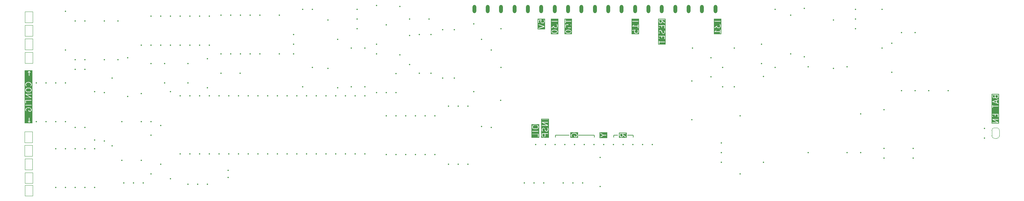
<source format=gbo>
%TF.GenerationSoftware,KiCad,Pcbnew,8.0.1*%
%TF.CreationDate,2024-06-06T00:05:14+02:00*%
%TF.ProjectId,BMW E30 VFL SI Board,424d5720-4533-4302-9056-464c20534920,rev?*%
%TF.SameCoordinates,Original*%
%TF.FileFunction,Legend,Bot*%
%TF.FilePolarity,Positive*%
%FSLAX46Y46*%
G04 Gerber Fmt 4.6, Leading zero omitted, Abs format (unit mm)*
G04 Created by KiCad (PCBNEW 8.0.1) date 2024-06-06 00:05:14*
%MOMM*%
%LPD*%
G01*
G04 APERTURE LIST*
%ADD10C,0.150000*%
%ADD11C,0.120000*%
%ADD12C,0.350000*%
%ADD13O,1.000000X2.200000*%
G04 APERTURE END LIST*
D10*
G36*
X319981065Y-127005273D02*
G01*
X319218340Y-126751797D01*
X319980060Y-126497126D01*
X319981065Y-127005273D01*
G37*
G36*
X320409783Y-125516830D02*
G01*
X320352873Y-125633041D01*
X320299004Y-125688271D01*
X320182401Y-125747781D01*
X320003299Y-125748908D01*
X319887357Y-125692130D01*
X319835264Y-125641320D01*
X319772690Y-125457281D01*
X319771521Y-125039792D01*
X320408609Y-125039186D01*
X320409783Y-125516830D01*
G37*
G36*
X319624057Y-125445425D02*
G01*
X319567159Y-125561613D01*
X319513289Y-125616842D01*
X319396601Y-125676397D01*
X319288816Y-125677384D01*
X319173070Y-125620701D01*
X319117842Y-125566833D01*
X319058385Y-125450334D01*
X319057237Y-125040471D01*
X319622922Y-125039933D01*
X319624057Y-125445425D01*
G37*
G36*
X320725095Y-132492923D02*
G01*
X318741761Y-132492923D01*
X318741761Y-131399352D01*
X318908611Y-131399352D01*
X318909869Y-131403964D01*
X318909869Y-131408745D01*
X318913686Y-131417960D01*
X318916311Y-131427584D01*
X318919238Y-131431364D01*
X318921068Y-131435781D01*
X318928118Y-131442831D01*
X318934228Y-131450721D01*
X318940360Y-131455073D01*
X318941760Y-131456473D01*
X318943134Y-131457042D01*
X318946218Y-131459231D01*
X320203889Y-132176521D01*
X318968796Y-132177697D01*
X318941760Y-132188896D01*
X318921068Y-132209588D01*
X318909869Y-132236624D01*
X318909869Y-132265888D01*
X318921068Y-132292924D01*
X318941760Y-132313616D01*
X318968796Y-132324815D01*
X318983428Y-132326256D01*
X320478913Y-132324833D01*
X320488667Y-132326073D01*
X320493262Y-132324819D01*
X320498060Y-132324815D01*
X320507275Y-132320997D01*
X320516899Y-132318373D01*
X320520679Y-132315445D01*
X320525096Y-132313616D01*
X320532146Y-132306565D01*
X320540036Y-132300456D01*
X320542409Y-132296302D01*
X320545788Y-132292924D01*
X320549604Y-132283711D01*
X320554555Y-132275047D01*
X320555157Y-132270303D01*
X320556987Y-132265888D01*
X320556987Y-132255913D01*
X320558245Y-132246017D01*
X320556987Y-132241404D01*
X320556987Y-132236624D01*
X320553169Y-132227407D01*
X320550545Y-132217786D01*
X320547618Y-132214006D01*
X320545788Y-132209588D01*
X320538734Y-132202534D01*
X320532628Y-132194649D01*
X320526495Y-132190295D01*
X320525096Y-132188896D01*
X320523722Y-132188327D01*
X320520639Y-132186138D01*
X319262966Y-131468847D01*
X320498060Y-131467672D01*
X320525096Y-131456473D01*
X320545788Y-131435781D01*
X320556987Y-131408745D01*
X320556987Y-131379481D01*
X320545788Y-131352445D01*
X320525096Y-131331753D01*
X320498060Y-131320554D01*
X320483428Y-131319113D01*
X318987942Y-131320535D01*
X318978189Y-131319296D01*
X318973593Y-131320549D01*
X318968796Y-131320554D01*
X318959580Y-131324371D01*
X318949957Y-131326996D01*
X318946176Y-131329923D01*
X318941760Y-131331753D01*
X318934709Y-131338803D01*
X318926820Y-131344913D01*
X318924446Y-131349066D01*
X318921068Y-131352445D01*
X318917251Y-131361657D01*
X318912301Y-131370322D01*
X318911698Y-131375065D01*
X318909869Y-131379481D01*
X318909869Y-131389455D01*
X318908611Y-131399352D01*
X318741761Y-131399352D01*
X318741761Y-130036970D01*
X318908428Y-130036970D01*
X318909869Y-130765888D01*
X318921068Y-130792924D01*
X318941760Y-130813616D01*
X318968796Y-130824815D01*
X318998060Y-130824815D01*
X319025096Y-130813616D01*
X319045788Y-130792924D01*
X319056987Y-130765888D01*
X319058428Y-130751256D01*
X319057164Y-130111899D01*
X319622922Y-130111361D01*
X319624155Y-130551602D01*
X319635354Y-130578638D01*
X319656046Y-130599330D01*
X319683082Y-130610529D01*
X319712346Y-130610529D01*
X319739382Y-130599330D01*
X319760074Y-130578638D01*
X319771273Y-130551602D01*
X319772714Y-130536970D01*
X319771521Y-130111220D01*
X320408573Y-130110614D01*
X320409869Y-130765888D01*
X320421068Y-130792924D01*
X320441760Y-130813616D01*
X320468796Y-130824815D01*
X320498060Y-130824815D01*
X320525096Y-130813616D01*
X320545788Y-130792924D01*
X320556987Y-130765888D01*
X320558428Y-130751256D01*
X320556987Y-130022338D01*
X320545788Y-129995302D01*
X320525096Y-129974610D01*
X320498060Y-129963411D01*
X320483428Y-129961970D01*
X318968796Y-129963411D01*
X318941760Y-129974610D01*
X318921068Y-129995302D01*
X318909869Y-130022338D01*
X318908428Y-130036970D01*
X318741761Y-130036970D01*
X318741761Y-127536971D01*
X318908428Y-127536971D01*
X318909869Y-128408746D01*
X318921068Y-128435782D01*
X318941760Y-128456474D01*
X318968796Y-128467673D01*
X318998060Y-128467673D01*
X319025096Y-128456474D01*
X319045788Y-128435782D01*
X319056987Y-128408746D01*
X319058428Y-128394114D01*
X319057843Y-128040471D01*
X320498060Y-128039101D01*
X320525096Y-128027902D01*
X320545788Y-128007210D01*
X320556987Y-127980174D01*
X320556987Y-127950910D01*
X320545788Y-127923874D01*
X320525096Y-127903182D01*
X320498060Y-127891983D01*
X320483428Y-127890542D01*
X319057597Y-127891898D01*
X319056987Y-127522339D01*
X319045788Y-127495303D01*
X319025096Y-127474611D01*
X318998060Y-127463412D01*
X318968796Y-127463412D01*
X318941760Y-127474611D01*
X318921068Y-127495303D01*
X318909869Y-127522339D01*
X318908428Y-127536971D01*
X318741761Y-127536971D01*
X318741761Y-126760637D01*
X318909017Y-126760637D01*
X318910712Y-126765722D01*
X318911092Y-126771067D01*
X318915296Y-126779476D01*
X318918271Y-126788400D01*
X318921782Y-126792448D01*
X318924178Y-126797240D01*
X318931282Y-126803402D01*
X318937445Y-126810507D01*
X318942236Y-126812902D01*
X318946285Y-126816414D01*
X318959711Y-126822408D01*
X320034565Y-127179614D01*
X320040225Y-127181959D01*
X320041620Y-127181959D01*
X320474048Y-127325668D01*
X320503238Y-127323594D01*
X320529411Y-127310507D01*
X320548585Y-127288400D01*
X320557839Y-127260637D01*
X320555765Y-127231447D01*
X320542678Y-127205274D01*
X320520571Y-127186100D01*
X320507145Y-127180106D01*
X320129750Y-127054686D01*
X320128550Y-126447480D01*
X320520571Y-126316414D01*
X320542678Y-126297240D01*
X320555765Y-126271067D01*
X320557839Y-126241877D01*
X320548585Y-126214114D01*
X320529411Y-126192007D01*
X320503238Y-126178920D01*
X320474048Y-126176846D01*
X320459711Y-126180106D01*
X318968875Y-126678547D01*
X318963618Y-126678921D01*
X318955263Y-126683098D01*
X318946285Y-126686100D01*
X318942236Y-126689611D01*
X318937445Y-126692007D01*
X318931282Y-126699111D01*
X318924178Y-126705274D01*
X318921782Y-126710065D01*
X318918271Y-126714114D01*
X318915296Y-126723037D01*
X318911092Y-126731447D01*
X318910712Y-126736791D01*
X318909017Y-126741877D01*
X318909683Y-126751257D01*
X318909017Y-126760637D01*
X318741761Y-126760637D01*
X318741761Y-124965542D01*
X318908428Y-124965542D01*
X318909795Y-125453826D01*
X318909017Y-125456161D01*
X318909833Y-125467659D01*
X318909869Y-125480174D01*
X318910900Y-125482663D01*
X318911091Y-125485351D01*
X318916346Y-125499083D01*
X318988589Y-125640633D01*
X318992497Y-125650068D01*
X318994896Y-125652991D01*
X318995607Y-125654384D01*
X318997105Y-125655683D01*
X319001824Y-125661433D01*
X319074115Y-125731945D01*
X319080301Y-125739077D01*
X319083477Y-125741076D01*
X319084617Y-125742188D01*
X319086447Y-125742946D01*
X319092744Y-125746910D01*
X319226048Y-125812191D01*
X319227474Y-125813617D01*
X319237107Y-125817607D01*
X319249332Y-125823594D01*
X319252021Y-125823785D01*
X319254510Y-125824816D01*
X319269142Y-125826257D01*
X319400772Y-125825052D01*
X319402619Y-125825668D01*
X319412833Y-125824942D01*
X319426632Y-125824816D01*
X319429120Y-125823785D01*
X319431810Y-125823594D01*
X319445541Y-125818339D01*
X319587090Y-125746095D01*
X319596525Y-125742188D01*
X319599448Y-125739788D01*
X319600841Y-125739078D01*
X319602140Y-125737579D01*
X319607890Y-125732861D01*
X319678398Y-125660573D01*
X319683349Y-125656278D01*
X319695583Y-125692258D01*
X319695583Y-125694459D01*
X319699759Y-125704541D01*
X319703985Y-125716970D01*
X319705750Y-125719005D01*
X319706782Y-125721496D01*
X319716109Y-125732861D01*
X319788402Y-125803376D01*
X319794587Y-125810507D01*
X319797763Y-125812506D01*
X319798903Y-125813618D01*
X319800735Y-125814376D01*
X319807030Y-125818339D01*
X319940334Y-125883619D01*
X319941760Y-125885045D01*
X319951398Y-125889037D01*
X319963619Y-125895022D01*
X319966306Y-125895212D01*
X319968796Y-125896244D01*
X319983428Y-125897685D01*
X320186269Y-125896408D01*
X320188333Y-125897096D01*
X320199155Y-125896327D01*
X320212346Y-125896244D01*
X320214835Y-125895212D01*
X320217523Y-125895022D01*
X320231255Y-125889767D01*
X320372803Y-125817525D01*
X320382239Y-125813617D01*
X320385162Y-125811217D01*
X320386555Y-125810507D01*
X320387854Y-125809008D01*
X320393604Y-125804290D01*
X320464119Y-125731996D01*
X320471250Y-125725812D01*
X320473249Y-125722635D01*
X320474361Y-125721496D01*
X320475119Y-125719663D01*
X320479082Y-125713369D01*
X320544362Y-125580064D01*
X320545788Y-125578639D01*
X320549780Y-125569000D01*
X320555765Y-125556780D01*
X320555955Y-125554092D01*
X320556987Y-125551603D01*
X320558428Y-125536971D01*
X320556987Y-124950910D01*
X320545788Y-124923874D01*
X320525096Y-124903182D01*
X320498060Y-124891983D01*
X320483428Y-124890542D01*
X318968796Y-124891983D01*
X318941760Y-124903182D01*
X318921068Y-124923874D01*
X318909869Y-124950910D01*
X318908428Y-124965542D01*
X318741761Y-124965542D01*
X318741761Y-124723875D01*
X320725095Y-124723875D01*
X320725095Y-132492923D01*
G37*
X214960000Y-135568000D02*
X214960000Y-136076000D01*
X220040000Y-135568000D02*
X220040000Y-136076000D01*
X221056000Y-135568000D02*
X220040000Y-135568000D01*
X210896000Y-135568000D02*
X214960000Y-135568000D01*
X223697600Y-135568000D02*
X225120000Y-135568000D01*
X208356000Y-135568000D02*
X204800000Y-135568000D01*
X225120000Y-135568000D02*
X225120000Y-136076000D01*
X204800000Y-135568000D02*
X204800000Y-136076000D01*
G36*
X248150295Y-109053195D02*
G01*
X246166961Y-109053195D01*
X246166961Y-108384318D01*
X246333628Y-108384318D01*
X246335069Y-108391602D01*
X246335069Y-108399029D01*
X246337881Y-108405817D01*
X246339307Y-108413026D01*
X246343426Y-108419204D01*
X246346268Y-108426065D01*
X246351463Y-108431260D01*
X246355540Y-108437375D01*
X246361709Y-108441506D01*
X246366960Y-108446757D01*
X246373749Y-108449569D01*
X246379855Y-108453658D01*
X246387135Y-108455114D01*
X246393996Y-108457956D01*
X246408472Y-108459381D01*
X246408549Y-108459397D01*
X246408575Y-108459391D01*
X246408628Y-108459397D01*
X247834458Y-108458040D01*
X247835069Y-108827601D01*
X247846268Y-108854637D01*
X247866960Y-108875329D01*
X247893996Y-108886528D01*
X247923260Y-108886528D01*
X247950296Y-108875329D01*
X247970988Y-108854637D01*
X247982187Y-108827601D01*
X247983628Y-108812969D01*
X247982187Y-107941194D01*
X247970988Y-107914158D01*
X247950296Y-107893466D01*
X247923260Y-107882267D01*
X247893996Y-107882267D01*
X247866960Y-107893466D01*
X247846268Y-107914158D01*
X247835069Y-107941194D01*
X247833628Y-107955826D01*
X247834212Y-108309467D01*
X246652218Y-108310592D01*
X246658257Y-108306519D01*
X246664582Y-108303900D01*
X246675824Y-108294673D01*
X246675892Y-108294628D01*
X246675906Y-108294606D01*
X246675947Y-108294573D01*
X246817057Y-108151572D01*
X246825020Y-108144667D01*
X246827042Y-108141453D01*
X246828131Y-108140351D01*
X246828889Y-108138520D01*
X246832853Y-108132224D01*
X246909537Y-107975636D01*
X246911611Y-107946446D01*
X246902357Y-107918684D01*
X246883184Y-107896577D01*
X246857009Y-107883489D01*
X246827819Y-107881415D01*
X246800058Y-107890669D01*
X246777950Y-107909842D01*
X246770118Y-107922285D01*
X246706714Y-108051753D01*
X246580427Y-108179732D01*
X246373284Y-108319417D01*
X246366960Y-108322037D01*
X246361908Y-108327088D01*
X246355650Y-108331309D01*
X246351518Y-108337478D01*
X246346268Y-108342729D01*
X246343455Y-108349518D01*
X246339367Y-108355624D01*
X246337910Y-108362904D01*
X246335069Y-108369765D01*
X246335069Y-108377113D01*
X246333628Y-108384318D01*
X246166961Y-108384318D01*
X246166961Y-106455826D01*
X246333628Y-106455826D01*
X246335043Y-107382333D01*
X246334259Y-107394104D01*
X246335065Y-107396487D01*
X246335069Y-107399030D01*
X246339732Y-107410287D01*
X246343634Y-107421825D01*
X246345299Y-107423729D01*
X246346268Y-107426066D01*
X246354878Y-107434676D01*
X246362904Y-107443849D01*
X246365173Y-107444971D01*
X246366960Y-107446758D01*
X246378210Y-107451418D01*
X246389136Y-107456821D01*
X246391659Y-107456989D01*
X246393996Y-107457957D01*
X246406181Y-107457957D01*
X246418334Y-107458767D01*
X246420729Y-107457957D01*
X246423260Y-107457957D01*
X246434517Y-107453293D01*
X246446055Y-107449392D01*
X246448972Y-107447306D01*
X246450296Y-107446758D01*
X246451691Y-107445362D01*
X246458016Y-107440841D01*
X246906082Y-107047307D01*
X246906333Y-107087238D01*
X246905646Y-107089302D01*
X246906414Y-107100124D01*
X246906498Y-107113315D01*
X246907529Y-107115804D01*
X246907720Y-107118492D01*
X246912975Y-107132224D01*
X246985215Y-107273771D01*
X246989125Y-107283209D01*
X246991524Y-107286132D01*
X246992235Y-107287525D01*
X246993733Y-107288824D01*
X246998452Y-107294574D01*
X247070745Y-107365087D01*
X247076930Y-107372218D01*
X247080106Y-107374217D01*
X247081247Y-107375330D01*
X247083078Y-107376088D01*
X247089373Y-107380051D01*
X247222677Y-107445332D01*
X247224103Y-107446758D01*
X247233736Y-107450748D01*
X247245961Y-107456735D01*
X247248650Y-107456926D01*
X247251139Y-107457957D01*
X247265771Y-107459398D01*
X247611282Y-107458058D01*
X247613533Y-107458809D01*
X247624831Y-107458006D01*
X247637546Y-107457957D01*
X247640034Y-107456926D01*
X247642724Y-107456735D01*
X247656455Y-107451480D01*
X247798000Y-107379238D01*
X247807438Y-107375330D01*
X247810363Y-107372929D01*
X247811755Y-107372219D01*
X247813054Y-107370720D01*
X247818804Y-107366002D01*
X247889312Y-107293714D01*
X247896450Y-107287525D01*
X247898450Y-107284346D01*
X247899560Y-107283209D01*
X247900317Y-107281381D01*
X247904282Y-107275082D01*
X247969562Y-107141776D01*
X247970988Y-107140351D01*
X247974980Y-107130713D01*
X247980965Y-107118492D01*
X247981155Y-107115804D01*
X247982187Y-107113315D01*
X247983628Y-107098683D01*
X247982272Y-106681792D01*
X247983039Y-106679493D01*
X247982227Y-106668078D01*
X247982187Y-106655480D01*
X247981155Y-106652990D01*
X247980965Y-106650303D01*
X247975710Y-106636571D01*
X247903471Y-106495028D01*
X247899561Y-106485587D01*
X247897159Y-106482660D01*
X247896450Y-106481271D01*
X247894953Y-106479972D01*
X247890233Y-106474222D01*
X247807439Y-106393466D01*
X247780402Y-106382267D01*
X247751140Y-106382267D01*
X247724103Y-106393466D01*
X247703411Y-106414158D01*
X247692212Y-106441195D01*
X247692212Y-106470457D01*
X247703411Y-106497494D01*
X247712738Y-106508859D01*
X247774214Y-106568823D01*
X247833677Y-106685332D01*
X247834956Y-107078598D01*
X247778073Y-107194754D01*
X247724204Y-107249983D01*
X247607675Y-107309457D01*
X247285811Y-107310704D01*
X247169699Y-107253842D01*
X247114469Y-107199972D01*
X247054960Y-107083370D01*
X247053714Y-106885366D01*
X247054426Y-106874692D01*
X247053632Y-106872344D01*
X247053616Y-106869766D01*
X247048952Y-106858508D01*
X247045051Y-106846971D01*
X247043385Y-106845067D01*
X247042417Y-106842730D01*
X247033797Y-106834110D01*
X247025780Y-106824948D01*
X247023514Y-106823827D01*
X247021725Y-106822038D01*
X247010459Y-106817371D01*
X246999549Y-106811976D01*
X246997028Y-106811807D01*
X246994689Y-106810839D01*
X246982498Y-106810839D01*
X246970351Y-106810029D01*
X246967956Y-106810839D01*
X246965425Y-106810839D01*
X246954170Y-106815500D01*
X246942629Y-106819404D01*
X246939710Y-106821490D01*
X246938389Y-106822038D01*
X246936994Y-106823432D01*
X246930669Y-106827955D01*
X246483378Y-107220806D01*
X246482187Y-106441194D01*
X246470988Y-106414158D01*
X246450296Y-106393466D01*
X246423260Y-106382267D01*
X246393996Y-106382267D01*
X246366960Y-106393466D01*
X246346268Y-106414158D01*
X246335069Y-106441194D01*
X246333628Y-106455826D01*
X246166961Y-106455826D01*
X246166961Y-105241541D01*
X246333628Y-105241541D01*
X246335069Y-106113316D01*
X246346268Y-106140352D01*
X246366960Y-106161044D01*
X246393996Y-106172243D01*
X246423260Y-106172243D01*
X246450296Y-106161044D01*
X246470988Y-106140352D01*
X246482187Y-106113316D01*
X246483628Y-106098684D01*
X246483043Y-105745041D01*
X247923260Y-105743671D01*
X247950296Y-105732472D01*
X247970988Y-105711780D01*
X247982187Y-105684744D01*
X247982187Y-105655480D01*
X247970988Y-105628444D01*
X247950296Y-105607752D01*
X247923260Y-105596553D01*
X247908628Y-105595112D01*
X246482797Y-105596468D01*
X246482187Y-105226909D01*
X246470988Y-105199873D01*
X246450296Y-105179181D01*
X246423260Y-105167982D01*
X246393996Y-105167982D01*
X246366960Y-105179181D01*
X246346268Y-105199873D01*
X246335069Y-105226909D01*
X246333628Y-105241541D01*
X246166961Y-105241541D01*
X246166961Y-105001315D01*
X248150295Y-105001315D01*
X248150295Y-109053195D01*
G37*
G36*
X226650295Y-109054636D02*
G01*
X224666961Y-109054636D01*
X224666961Y-108027254D01*
X224833628Y-108027254D01*
X224835069Y-108756172D01*
X224846268Y-108783208D01*
X224866960Y-108803900D01*
X224893996Y-108815099D01*
X224923260Y-108815099D01*
X224950296Y-108803900D01*
X224970988Y-108783208D01*
X224982187Y-108756172D01*
X224983628Y-108741540D01*
X224982350Y-108095124D01*
X225458523Y-108046561D01*
X225419122Y-108127018D01*
X225417697Y-108128444D01*
X225413704Y-108138081D01*
X225407720Y-108150303D01*
X225407529Y-108152990D01*
X225406498Y-108155480D01*
X225405057Y-108170112D01*
X225406396Y-108515622D01*
X225405646Y-108517873D01*
X225406448Y-108529170D01*
X225406498Y-108541886D01*
X225407529Y-108544375D01*
X225407720Y-108547063D01*
X225412975Y-108560795D01*
X225485215Y-108702342D01*
X225489125Y-108711780D01*
X225491524Y-108714703D01*
X225492235Y-108716096D01*
X225493733Y-108717395D01*
X225498452Y-108723145D01*
X225570745Y-108793658D01*
X225576930Y-108800789D01*
X225580106Y-108802788D01*
X225581247Y-108803901D01*
X225583078Y-108804659D01*
X225589373Y-108808622D01*
X225722677Y-108873903D01*
X225724103Y-108875329D01*
X225733736Y-108879319D01*
X225745961Y-108885306D01*
X225748650Y-108885497D01*
X225751139Y-108886528D01*
X225765771Y-108887969D01*
X226111282Y-108886629D01*
X226113533Y-108887380D01*
X226124831Y-108886577D01*
X226137546Y-108886528D01*
X226140034Y-108885497D01*
X226142724Y-108885306D01*
X226156455Y-108880051D01*
X226298000Y-108807809D01*
X226307438Y-108803901D01*
X226310363Y-108801500D01*
X226311755Y-108800790D01*
X226313054Y-108799291D01*
X226318804Y-108794573D01*
X226389312Y-108722285D01*
X226396450Y-108716096D01*
X226398450Y-108712917D01*
X226399560Y-108711780D01*
X226400317Y-108709952D01*
X226404282Y-108703653D01*
X226469562Y-108570347D01*
X226470988Y-108568922D01*
X226474980Y-108559284D01*
X226480965Y-108547063D01*
X226481155Y-108544375D01*
X226482187Y-108541886D01*
X226483628Y-108527254D01*
X226482288Y-108181743D01*
X226483039Y-108179493D01*
X226482236Y-108168195D01*
X226482187Y-108155480D01*
X226481155Y-108152990D01*
X226480965Y-108150303D01*
X226475710Y-108136572D01*
X226403469Y-107995023D01*
X226399560Y-107985586D01*
X226397160Y-107982662D01*
X226396450Y-107981270D01*
X226394951Y-107979970D01*
X226390233Y-107974221D01*
X226307438Y-107893465D01*
X226280402Y-107882267D01*
X226251139Y-107882267D01*
X226224103Y-107893466D01*
X226203410Y-107914159D01*
X226192212Y-107941195D01*
X226192212Y-107970458D01*
X226203411Y-107997494D01*
X226212738Y-108008859D01*
X226274214Y-108068821D01*
X226333687Y-108185351D01*
X226334934Y-108507213D01*
X226278073Y-108623325D01*
X226224204Y-108678554D01*
X226107675Y-108738028D01*
X225785811Y-108739275D01*
X225669699Y-108682413D01*
X225614469Y-108628543D01*
X225554997Y-108512014D01*
X225553750Y-108190152D01*
X225610611Y-108074040D01*
X225668183Y-108015015D01*
X225670580Y-108013730D01*
X225676525Y-108006463D01*
X225685274Y-107997494D01*
X225686720Y-107994003D01*
X225689110Y-107991082D01*
X225692274Y-107980593D01*
X225696473Y-107970458D01*
X225696473Y-107966678D01*
X225697563Y-107963066D01*
X225696473Y-107952162D01*
X225696473Y-107941195D01*
X225695027Y-107937705D01*
X225694652Y-107933947D01*
X225689470Y-107924288D01*
X225685275Y-107914159D01*
X225682602Y-107911486D01*
X225680818Y-107908160D01*
X225672335Y-107901219D01*
X225664582Y-107893466D01*
X225661093Y-107892020D01*
X225658170Y-107889629D01*
X225647672Y-107886461D01*
X225637546Y-107882267D01*
X225633770Y-107882267D01*
X225630154Y-107881176D01*
X225615451Y-107881198D01*
X224904604Y-107953695D01*
X224893996Y-107953695D01*
X224890531Y-107955130D01*
X224886749Y-107955516D01*
X224877089Y-107960698D01*
X224866960Y-107964894D01*
X224864288Y-107967565D01*
X224860962Y-107969350D01*
X224854021Y-107977832D01*
X224846268Y-107985586D01*
X224844822Y-107989074D01*
X224842431Y-107991998D01*
X224839263Y-108002495D01*
X224835069Y-108012622D01*
X224834516Y-108018227D01*
X224833978Y-108020014D01*
X224834160Y-108021842D01*
X224833628Y-108027254D01*
X224666961Y-108027254D01*
X224666961Y-106955747D01*
X224833628Y-106955747D01*
X224835069Y-106963031D01*
X224835069Y-106970458D01*
X224837881Y-106977246D01*
X224839307Y-106984455D01*
X224843426Y-106990633D01*
X224846268Y-106997494D01*
X224851463Y-107002689D01*
X224855540Y-107008804D01*
X224861709Y-107012935D01*
X224866960Y-107018186D01*
X224873749Y-107020998D01*
X224879855Y-107025087D01*
X224887135Y-107026543D01*
X224893996Y-107029385D01*
X224908472Y-107030810D01*
X224908549Y-107030826D01*
X224908575Y-107030820D01*
X224908628Y-107030826D01*
X226334458Y-107029469D01*
X226335069Y-107399030D01*
X226346268Y-107426066D01*
X226366960Y-107446758D01*
X226393996Y-107457957D01*
X226423260Y-107457957D01*
X226450296Y-107446758D01*
X226470988Y-107426066D01*
X226482187Y-107399030D01*
X226483628Y-107384398D01*
X226482187Y-106512623D01*
X226470988Y-106485587D01*
X226450296Y-106464895D01*
X226423260Y-106453696D01*
X226393996Y-106453696D01*
X226366960Y-106464895D01*
X226346268Y-106485587D01*
X226335069Y-106512623D01*
X226333628Y-106527255D01*
X226334212Y-106880896D01*
X225152218Y-106882021D01*
X225158257Y-106877948D01*
X225164582Y-106875329D01*
X225175824Y-106866102D01*
X225175892Y-106866057D01*
X225175906Y-106866035D01*
X225175947Y-106866002D01*
X225317057Y-106723001D01*
X225325020Y-106716096D01*
X225327042Y-106712882D01*
X225328131Y-106711780D01*
X225328889Y-106709949D01*
X225332853Y-106703653D01*
X225409537Y-106547065D01*
X225411611Y-106517875D01*
X225402357Y-106490113D01*
X225383184Y-106468006D01*
X225357009Y-106454918D01*
X225327819Y-106452844D01*
X225300058Y-106462098D01*
X225277950Y-106481271D01*
X225270118Y-106493714D01*
X225206714Y-106623182D01*
X225080427Y-106751161D01*
X224873284Y-106890846D01*
X224866960Y-106893466D01*
X224861908Y-106898517D01*
X224855650Y-106902738D01*
X224851518Y-106908907D01*
X224846268Y-106914158D01*
X224843455Y-106920947D01*
X224839367Y-106927053D01*
X224837910Y-106934333D01*
X224835069Y-106941194D01*
X224835069Y-106948542D01*
X224833628Y-106955747D01*
X224666961Y-106955747D01*
X224666961Y-105241541D01*
X224833628Y-105241541D01*
X224835069Y-106113316D01*
X224846268Y-106140352D01*
X224866960Y-106161044D01*
X224893996Y-106172243D01*
X224923260Y-106172243D01*
X224950296Y-106161044D01*
X224970988Y-106140352D01*
X224982187Y-106113316D01*
X224983628Y-106098684D01*
X224983043Y-105745041D01*
X226423260Y-105743671D01*
X226450296Y-105732472D01*
X226470988Y-105711780D01*
X226482187Y-105684744D01*
X226482187Y-105655480D01*
X226470988Y-105628444D01*
X226450296Y-105607752D01*
X226423260Y-105596553D01*
X226408628Y-105595112D01*
X224982797Y-105596468D01*
X224982187Y-105226909D01*
X224970988Y-105199873D01*
X224950296Y-105179181D01*
X224923260Y-105167982D01*
X224893996Y-105167982D01*
X224866960Y-105179181D01*
X224846268Y-105199873D01*
X224835069Y-105226909D01*
X224833628Y-105241541D01*
X224666961Y-105241541D01*
X224666961Y-105001315D01*
X226650295Y-105001315D01*
X226650295Y-109054636D01*
G37*
G36*
X202042697Y-135717400D02*
G01*
X201985787Y-135833611D01*
X201931918Y-135888841D01*
X201815315Y-135948351D01*
X201636213Y-135949478D01*
X201520271Y-135892701D01*
X201465042Y-135838831D01*
X201405590Y-135722345D01*
X201404407Y-135241041D01*
X202041524Y-135240435D01*
X202042697Y-135717400D01*
G37*
G36*
X203072295Y-136264922D02*
G01*
X201088961Y-136264922D01*
X201088961Y-135166112D01*
X201255628Y-135166112D01*
X201257004Y-135725798D01*
X201256217Y-135728160D01*
X201257038Y-135739720D01*
X201257069Y-135752173D01*
X201258099Y-135754661D01*
X201258291Y-135757351D01*
X201263546Y-135771082D01*
X201335787Y-135912627D01*
X201339696Y-135922065D01*
X201342096Y-135924990D01*
X201342807Y-135926382D01*
X201344305Y-135927681D01*
X201349024Y-135933431D01*
X201421311Y-136003939D01*
X201427501Y-136011077D01*
X201430679Y-136013077D01*
X201431817Y-136014187D01*
X201433644Y-136014944D01*
X201439944Y-136018909D01*
X201573248Y-136084189D01*
X201574674Y-136085615D01*
X201584312Y-136089607D01*
X201596533Y-136095592D01*
X201599220Y-136095782D01*
X201601710Y-136096814D01*
X201616342Y-136098255D01*
X201819183Y-136096978D01*
X201821247Y-136097666D01*
X201832069Y-136096897D01*
X201845260Y-136096814D01*
X201847749Y-136095782D01*
X201850437Y-136095592D01*
X201864169Y-136090337D01*
X202005717Y-136018095D01*
X202015153Y-136014187D01*
X202018076Y-136011787D01*
X202019469Y-136011077D01*
X202020768Y-136009578D01*
X202026518Y-136004860D01*
X202097033Y-135932566D01*
X202104164Y-135926382D01*
X202106163Y-135923205D01*
X202107275Y-135922066D01*
X202108033Y-135920233D01*
X202111996Y-135913939D01*
X202177276Y-135780634D01*
X202178702Y-135779209D01*
X202182694Y-135769570D01*
X202188679Y-135757350D01*
X202188869Y-135754662D01*
X202189901Y-135752173D01*
X202191342Y-135737541D01*
X202190119Y-135240294D01*
X202845260Y-135239671D01*
X202872296Y-135228472D01*
X202892988Y-135207780D01*
X202904187Y-135180744D01*
X202904187Y-135151480D01*
X202892988Y-135124444D01*
X202872296Y-135103752D01*
X202845260Y-135092553D01*
X202830628Y-135091112D01*
X201315996Y-135092553D01*
X201288960Y-135103752D01*
X201268268Y-135124444D01*
X201257069Y-135151480D01*
X201255628Y-135166112D01*
X201088961Y-135166112D01*
X201088961Y-133951827D01*
X201255628Y-133951827D01*
X201257005Y-134307255D01*
X201256217Y-134318350D01*
X201257063Y-134322070D01*
X201257069Y-134323602D01*
X201257827Y-134325433D01*
X201259477Y-134332687D01*
X201336900Y-134560398D01*
X201356074Y-134582505D01*
X201382247Y-134595592D01*
X201411437Y-134597667D01*
X201439200Y-134588413D01*
X201461307Y-134569239D01*
X201474393Y-134543065D01*
X201476468Y-134513875D01*
X201473208Y-134499538D01*
X201405595Y-134300682D01*
X201404321Y-133971867D01*
X201461183Y-133855755D01*
X201515052Y-133800526D01*
X201631741Y-133740972D01*
X201739526Y-133739985D01*
X201855270Y-133796666D01*
X201910499Y-133850536D01*
X201972826Y-133972657D01*
X202043461Y-134249706D01*
X202044005Y-134257350D01*
X202048216Y-134268355D01*
X202048528Y-134269577D01*
X202048850Y-134270012D01*
X202049260Y-134271082D01*
X202121502Y-134412630D01*
X202125411Y-134422067D01*
X202127810Y-134424990D01*
X202128521Y-134426383D01*
X202130019Y-134427682D01*
X202134738Y-134433432D01*
X202207031Y-134503945D01*
X202213216Y-134511076D01*
X202216392Y-134513075D01*
X202217533Y-134514188D01*
X202219364Y-134514946D01*
X202225659Y-134518909D01*
X202358963Y-134584190D01*
X202360389Y-134585616D01*
X202370022Y-134589606D01*
X202382247Y-134595593D01*
X202384936Y-134595784D01*
X202387425Y-134596815D01*
X202402057Y-134598256D01*
X202533686Y-134597051D01*
X202535533Y-134597667D01*
X202545747Y-134596941D01*
X202559546Y-134596815D01*
X202562034Y-134595784D01*
X202564724Y-134595593D01*
X202578455Y-134590338D01*
X202720000Y-134518096D01*
X202729438Y-134514188D01*
X202732363Y-134511787D01*
X202733755Y-134511077D01*
X202735054Y-134509578D01*
X202740804Y-134504860D01*
X202811312Y-134432572D01*
X202818450Y-134426383D01*
X202820450Y-134423204D01*
X202821560Y-134422067D01*
X202822317Y-134420239D01*
X202826282Y-134413940D01*
X202891562Y-134280634D01*
X202892988Y-134279209D01*
X202896980Y-134269571D01*
X202902965Y-134257350D01*
X202903155Y-134254662D01*
X202904187Y-134252173D01*
X202905628Y-134237541D01*
X202904250Y-133882113D01*
X202905039Y-133871019D01*
X202904192Y-133867298D01*
X202904187Y-133865767D01*
X202903428Y-133863935D01*
X202901779Y-133856682D01*
X202824357Y-133628971D01*
X202805183Y-133606863D01*
X202779010Y-133593777D01*
X202749820Y-133591702D01*
X202722058Y-133600956D01*
X202699950Y-133620130D01*
X202686864Y-133646303D01*
X202684789Y-133675493D01*
X202688049Y-133689830D01*
X202755660Y-133888685D01*
X202756934Y-134217500D01*
X202700073Y-134333612D01*
X202646204Y-134388841D01*
X202529515Y-134448396D01*
X202421731Y-134449383D01*
X202305985Y-134392700D01*
X202250756Y-134338831D01*
X202188429Y-134216711D01*
X202117794Y-133939661D01*
X202117251Y-133932017D01*
X202113039Y-133921012D01*
X202112728Y-133919791D01*
X202112405Y-133919355D01*
X202111996Y-133918286D01*
X202039758Y-133776749D01*
X202035846Y-133767303D01*
X202033442Y-133764374D01*
X202032734Y-133762986D01*
X202031238Y-133761689D01*
X202026518Y-133755937D01*
X201954230Y-133685428D01*
X201948041Y-133678291D01*
X201944862Y-133676290D01*
X201943725Y-133675181D01*
X201941897Y-133674423D01*
X201935598Y-133670459D01*
X201802293Y-133605178D01*
X201800868Y-133603753D01*
X201791229Y-133599760D01*
X201779009Y-133593776D01*
X201776321Y-133593585D01*
X201773832Y-133592554D01*
X201759200Y-133591113D01*
X201627569Y-133592317D01*
X201625723Y-133591702D01*
X201615508Y-133592427D01*
X201601710Y-133592554D01*
X201599220Y-133593585D01*
X201596533Y-133593776D01*
X201582801Y-133599031D01*
X201441253Y-133671272D01*
X201431817Y-133675181D01*
X201428893Y-133677580D01*
X201427501Y-133678291D01*
X201426201Y-133679789D01*
X201420452Y-133684508D01*
X201349942Y-133756797D01*
X201342807Y-133762986D01*
X201340806Y-133766164D01*
X201339696Y-133767303D01*
X201338938Y-133769132D01*
X201334975Y-133775429D01*
X201269693Y-133908733D01*
X201268268Y-133910159D01*
X201264278Y-133919791D01*
X201258291Y-133932017D01*
X201258099Y-133934706D01*
X201257069Y-133937195D01*
X201255628Y-133951827D01*
X201088961Y-133951827D01*
X201088961Y-132171351D01*
X201255811Y-132171351D01*
X201257069Y-132175963D01*
X201257069Y-132180744D01*
X201260886Y-132189959D01*
X201263511Y-132199583D01*
X201266438Y-132203363D01*
X201268268Y-132207780D01*
X201275318Y-132214830D01*
X201281428Y-132222720D01*
X201287560Y-132227072D01*
X201288960Y-132228472D01*
X201290334Y-132229041D01*
X201293418Y-132231230D01*
X202551089Y-132948520D01*
X201315996Y-132949696D01*
X201288960Y-132960895D01*
X201268268Y-132981587D01*
X201257069Y-133008623D01*
X201257069Y-133037887D01*
X201268268Y-133064923D01*
X201288960Y-133085615D01*
X201315996Y-133096814D01*
X201330628Y-133098255D01*
X202826113Y-133096832D01*
X202835867Y-133098072D01*
X202840462Y-133096818D01*
X202845260Y-133096814D01*
X202854475Y-133092996D01*
X202864099Y-133090372D01*
X202867879Y-133087444D01*
X202872296Y-133085615D01*
X202879346Y-133078564D01*
X202887236Y-133072455D01*
X202889609Y-133068301D01*
X202892988Y-133064923D01*
X202896804Y-133055710D01*
X202901755Y-133047046D01*
X202902357Y-133042302D01*
X202904187Y-133037887D01*
X202904187Y-133027912D01*
X202905445Y-133018016D01*
X202904187Y-133013403D01*
X202904187Y-133008623D01*
X202900369Y-132999406D01*
X202897745Y-132989785D01*
X202894818Y-132986005D01*
X202892988Y-132981587D01*
X202885934Y-132974533D01*
X202879828Y-132966648D01*
X202873695Y-132962294D01*
X202872296Y-132960895D01*
X202870922Y-132960326D01*
X202867839Y-132958137D01*
X201610166Y-132240846D01*
X202845260Y-132239671D01*
X202872296Y-132228472D01*
X202892988Y-132207780D01*
X202904187Y-132180744D01*
X202904187Y-132151480D01*
X202892988Y-132124444D01*
X202872296Y-132103752D01*
X202845260Y-132092553D01*
X202830628Y-132091112D01*
X201335142Y-132092534D01*
X201325389Y-132091295D01*
X201320793Y-132092548D01*
X201315996Y-132092553D01*
X201306780Y-132096370D01*
X201297157Y-132098995D01*
X201293376Y-132101922D01*
X201288960Y-132103752D01*
X201281909Y-132110802D01*
X201274020Y-132116912D01*
X201271646Y-132121065D01*
X201268268Y-132124444D01*
X201264451Y-132133656D01*
X201259501Y-132142321D01*
X201258898Y-132147064D01*
X201257069Y-132151480D01*
X201257069Y-132161454D01*
X201255811Y-132171351D01*
X201088961Y-132171351D01*
X201088961Y-131466458D01*
X201257069Y-131466458D01*
X201268268Y-131493494D01*
X201288960Y-131514186D01*
X201315996Y-131525385D01*
X201330628Y-131526826D01*
X202845260Y-131525385D01*
X202872296Y-131514186D01*
X202892988Y-131493494D01*
X202904187Y-131466458D01*
X202904187Y-131437194D01*
X202892988Y-131410158D01*
X202872296Y-131389466D01*
X202845260Y-131378267D01*
X202830628Y-131376826D01*
X201315996Y-131378267D01*
X201288960Y-131389466D01*
X201268268Y-131410158D01*
X201257069Y-131437194D01*
X201257069Y-131466458D01*
X201088961Y-131466458D01*
X201088961Y-131210159D01*
X203072295Y-131210159D01*
X203072295Y-136264922D01*
G37*
G36*
X218310854Y-136289189D02*
G01*
X216328980Y-136289189D01*
X216328980Y-136045867D01*
X216495647Y-136045867D01*
X216500714Y-136074689D01*
X216516425Y-136099377D01*
X216540388Y-136116174D01*
X216568954Y-136122522D01*
X216597776Y-136117455D01*
X216610894Y-136110816D01*
X217375668Y-135622502D01*
X218085260Y-135621100D01*
X218112296Y-135609901D01*
X218132988Y-135589209D01*
X218144187Y-135562173D01*
X218144187Y-135532909D01*
X218132988Y-135505873D01*
X218112296Y-135485181D01*
X218085260Y-135473982D01*
X218070628Y-135472541D01*
X217380271Y-135473905D01*
X216597776Y-134977627D01*
X216568954Y-134972560D01*
X216540388Y-134978908D01*
X216516425Y-134995705D01*
X216500714Y-135020393D01*
X216495647Y-135049215D01*
X216501995Y-135077781D01*
X216518792Y-135101744D01*
X216530362Y-135110816D01*
X217217965Y-135546911D01*
X216518792Y-135993338D01*
X216501995Y-136017301D01*
X216495647Y-136045867D01*
X216328980Y-136045867D01*
X216328980Y-134805893D01*
X218310854Y-134805893D01*
X218310854Y-136289189D01*
G37*
G36*
X67614788Y-123335951D02*
G01*
X67734264Y-123453848D01*
X67794001Y-123570895D01*
X67795202Y-123821366D01*
X67738444Y-123937269D01*
X67618430Y-124058889D01*
X67365033Y-124123495D01*
X66883527Y-124124844D01*
X66623067Y-124061017D01*
X66503592Y-123943121D01*
X66443854Y-123826075D01*
X66442653Y-123575603D01*
X66499413Y-123459699D01*
X66619426Y-123338079D01*
X66872821Y-123273474D01*
X67354328Y-123272125D01*
X67614788Y-123335951D01*
G37*
G36*
X68110595Y-132438712D02*
G01*
X66127261Y-132438712D01*
X66127261Y-131927402D01*
X66938226Y-131927402D01*
X66949425Y-131954439D01*
X66958752Y-131965804D01*
X67255687Y-132260702D01*
X67255832Y-132260847D01*
X67274949Y-132268765D01*
X67282868Y-132272045D01*
X67282869Y-132272045D01*
X67312131Y-132272045D01*
X67312132Y-132272045D01*
X67339168Y-132260846D01*
X67350533Y-132251519D01*
X67645574Y-131954439D01*
X67656773Y-131927403D01*
X67656773Y-131898140D01*
X67645574Y-131871103D01*
X67624881Y-131850411D01*
X67597845Y-131839212D01*
X67568582Y-131839212D01*
X67541546Y-131850411D01*
X67530181Y-131859738D01*
X67372276Y-132018733D01*
X67371059Y-131040996D01*
X67359860Y-131013960D01*
X67339168Y-130993268D01*
X67312132Y-130982069D01*
X67282868Y-130982069D01*
X67255832Y-130993268D01*
X67235140Y-131013960D01*
X67223941Y-131040996D01*
X67222500Y-131055628D01*
X67223699Y-132019490D01*
X67053453Y-131850411D01*
X67026416Y-131839212D01*
X66997154Y-131839212D01*
X66970117Y-131850411D01*
X66949425Y-131871103D01*
X66938226Y-131898140D01*
X66938226Y-131927402D01*
X66127261Y-131927402D01*
X66127261Y-128841343D01*
X66293928Y-128841343D01*
X66295204Y-129044184D01*
X66294517Y-129046248D01*
X66295285Y-129057071D01*
X66295369Y-129070261D01*
X66296399Y-129072749D01*
X66296591Y-129075439D01*
X66301846Y-129089170D01*
X66381107Y-129244470D01*
X66403215Y-129263643D01*
X66430976Y-129272897D01*
X66460166Y-129270823D01*
X66486341Y-129257735D01*
X66505514Y-129235628D01*
X66514768Y-129207866D01*
X66512694Y-129178676D01*
X66507439Y-129164945D01*
X66443831Y-129040317D01*
X66442678Y-128857103D01*
X66504029Y-128669307D01*
X66624291Y-128547435D01*
X66746901Y-128484858D01*
X67015733Y-128416318D01*
X67211877Y-128415083D01*
X67480300Y-128480860D01*
X67607713Y-128543256D01*
X67731235Y-128665145D01*
X67794005Y-128849761D01*
X67795093Y-128968697D01*
X67733765Y-129156424D01*
X67696141Y-129194997D01*
X67300716Y-129196105D01*
X67299630Y-128969568D01*
X67288431Y-128942532D01*
X67267739Y-128921840D01*
X67240703Y-128910641D01*
X67211439Y-128910641D01*
X67184403Y-128921840D01*
X67163711Y-128942532D01*
X67152512Y-128969568D01*
X67151071Y-128984200D01*
X67152512Y-129284545D01*
X67152512Y-129284546D01*
X67163711Y-129311582D01*
X67184403Y-129332274D01*
X67211439Y-129343473D01*
X67226071Y-129344914D01*
X67740703Y-129343473D01*
X67751901Y-129338834D01*
X67767738Y-129332275D01*
X67779104Y-129322947D01*
X67841975Y-129258489D01*
X67843483Y-129257736D01*
X67849679Y-129250591D01*
X67859860Y-129240154D01*
X67860891Y-129237663D01*
X67862657Y-129235628D01*
X67868651Y-129222203D01*
X67938399Y-129008699D01*
X67942487Y-128998832D01*
X67942859Y-128995046D01*
X67943339Y-128993580D01*
X67943198Y-128991605D01*
X67943928Y-128984200D01*
X67942626Y-128841982D01*
X67943339Y-128831963D01*
X67942501Y-128828279D01*
X67942487Y-128826711D01*
X67941728Y-128824879D01*
X67940079Y-128817626D01*
X67871059Y-128614626D01*
X67871059Y-128612425D01*
X67866881Y-128602339D01*
X67862657Y-128589915D01*
X67860891Y-128587879D01*
X67859860Y-128585389D01*
X67850533Y-128574024D01*
X67707534Y-128432916D01*
X67700626Y-128424950D01*
X67697410Y-128422926D01*
X67696309Y-128421839D01*
X67694479Y-128421081D01*
X67688183Y-128417118D01*
X67549648Y-128349275D01*
X67543821Y-128344957D01*
X67532763Y-128341006D01*
X67531595Y-128340434D01*
X67531054Y-128340395D01*
X67529975Y-128340010D01*
X67248625Y-128271065D01*
X67240703Y-128267784D01*
X67231557Y-128266883D01*
X67229716Y-128266432D01*
X67228624Y-128266594D01*
X67226071Y-128266343D01*
X67016410Y-128267662D01*
X67008139Y-128266432D01*
X66999075Y-128267771D01*
X66997153Y-128267784D01*
X66996131Y-128268206D01*
X66993595Y-128268582D01*
X66713905Y-128339890D01*
X66706261Y-128340434D01*
X66695256Y-128344645D01*
X66694035Y-128344957D01*
X66693599Y-128345279D01*
X66692530Y-128345689D01*
X66550991Y-128417927D01*
X66541546Y-128421840D01*
X66538619Y-128424242D01*
X66537230Y-128424951D01*
X66535933Y-128426446D01*
X66530181Y-128431167D01*
X66396292Y-128566848D01*
X66394374Y-128567808D01*
X66387319Y-128575941D01*
X66377997Y-128585389D01*
X66376965Y-128587879D01*
X66375200Y-128589915D01*
X66369206Y-128603340D01*
X66299456Y-128816843D01*
X66295369Y-128826711D01*
X66294996Y-128830496D01*
X66294517Y-128831963D01*
X66294657Y-128833937D01*
X66293928Y-128841343D01*
X66127261Y-128841343D01*
X66127261Y-127713117D01*
X66295369Y-127713117D01*
X66306568Y-127740153D01*
X66327260Y-127760845D01*
X66354296Y-127772044D01*
X66368928Y-127773485D01*
X67883560Y-127772044D01*
X67910596Y-127760845D01*
X67931288Y-127740153D01*
X67942487Y-127713117D01*
X67942487Y-127683853D01*
X67931288Y-127656817D01*
X67910596Y-127636125D01*
X67883560Y-127624926D01*
X67868928Y-127623485D01*
X66354296Y-127624926D01*
X66327260Y-127636125D01*
X66306568Y-127656817D01*
X66295369Y-127683853D01*
X66295369Y-127713117D01*
X66127261Y-127713117D01*
X66127261Y-126412771D01*
X66293928Y-126412771D01*
X66295369Y-127141689D01*
X66306568Y-127168725D01*
X66327260Y-127189417D01*
X66354296Y-127200616D01*
X66383560Y-127200616D01*
X66410596Y-127189417D01*
X66431288Y-127168725D01*
X66442487Y-127141689D01*
X66443928Y-127127057D01*
X66442664Y-126487700D01*
X67008422Y-126487162D01*
X67009655Y-126927403D01*
X67020854Y-126954439D01*
X67041546Y-126975131D01*
X67068582Y-126986330D01*
X67097846Y-126986330D01*
X67124882Y-126975131D01*
X67145574Y-126954439D01*
X67156773Y-126927403D01*
X67158214Y-126912771D01*
X67157021Y-126487021D01*
X67883560Y-126486330D01*
X67910596Y-126475131D01*
X67931288Y-126454439D01*
X67942487Y-126427403D01*
X67942487Y-126398139D01*
X67931288Y-126371103D01*
X67910596Y-126350411D01*
X67883560Y-126339212D01*
X67868928Y-126337771D01*
X66354296Y-126339212D01*
X66327260Y-126350411D01*
X66306568Y-126371103D01*
X66295369Y-126398139D01*
X66293928Y-126412771D01*
X66127261Y-126412771D01*
X66127261Y-124846581D01*
X66294111Y-124846581D01*
X66295369Y-124851193D01*
X66295369Y-124855974D01*
X66299186Y-124865189D01*
X66301811Y-124874813D01*
X66304738Y-124878593D01*
X66306568Y-124883010D01*
X66313618Y-124890060D01*
X66319728Y-124897950D01*
X66325860Y-124902302D01*
X66327260Y-124903702D01*
X66328634Y-124904271D01*
X66331718Y-124906460D01*
X67589389Y-125623750D01*
X66354296Y-125624926D01*
X66327260Y-125636125D01*
X66306568Y-125656817D01*
X66295369Y-125683853D01*
X66295369Y-125713117D01*
X66306568Y-125740153D01*
X66327260Y-125760845D01*
X66354296Y-125772044D01*
X66368928Y-125773485D01*
X67864413Y-125772062D01*
X67874167Y-125773302D01*
X67878762Y-125772048D01*
X67883560Y-125772044D01*
X67892775Y-125768226D01*
X67902399Y-125765602D01*
X67906179Y-125762674D01*
X67910596Y-125760845D01*
X67917646Y-125753794D01*
X67925536Y-125747685D01*
X67927909Y-125743531D01*
X67931288Y-125740153D01*
X67935104Y-125730940D01*
X67940055Y-125722276D01*
X67940657Y-125717532D01*
X67942487Y-125713117D01*
X67942487Y-125703142D01*
X67943745Y-125693246D01*
X67942487Y-125688633D01*
X67942487Y-125683853D01*
X67938669Y-125674636D01*
X67936045Y-125665015D01*
X67933118Y-125661235D01*
X67931288Y-125656817D01*
X67924234Y-125649763D01*
X67918128Y-125641878D01*
X67911995Y-125637524D01*
X67910596Y-125636125D01*
X67909222Y-125635556D01*
X67906139Y-125633367D01*
X66648466Y-124916076D01*
X67883560Y-124914901D01*
X67910596Y-124903702D01*
X67931288Y-124883010D01*
X67942487Y-124855974D01*
X67942487Y-124826710D01*
X67931288Y-124799674D01*
X67910596Y-124778982D01*
X67883560Y-124767783D01*
X67868928Y-124766342D01*
X66373442Y-124767764D01*
X66363689Y-124766525D01*
X66359093Y-124767778D01*
X66354296Y-124767783D01*
X66345080Y-124771600D01*
X66335457Y-124774225D01*
X66331676Y-124777152D01*
X66327260Y-124778982D01*
X66320209Y-124786032D01*
X66312320Y-124792142D01*
X66309946Y-124796295D01*
X66306568Y-124799674D01*
X66302751Y-124808886D01*
X66297801Y-124817551D01*
X66297198Y-124822294D01*
X66295369Y-124826710D01*
X66295369Y-124836684D01*
X66294111Y-124846581D01*
X66127261Y-124846581D01*
X66127261Y-123555628D01*
X66293928Y-123555628D01*
X66295243Y-123829782D01*
X66294517Y-123831961D01*
X66295307Y-123843082D01*
X66295369Y-123855974D01*
X66296399Y-123858462D01*
X66296591Y-123861152D01*
X66301846Y-123874883D01*
X66374089Y-124016432D01*
X66377997Y-124025867D01*
X66380396Y-124028790D01*
X66381107Y-124030183D01*
X66382605Y-124031482D01*
X66387324Y-124037232D01*
X66525121Y-124173208D01*
X66527665Y-124177448D01*
X66534700Y-124182660D01*
X66541546Y-124189416D01*
X66546696Y-124191549D01*
X66551178Y-124194870D01*
X66565024Y-124199817D01*
X66846374Y-124268762D01*
X66854296Y-124272044D01*
X66863439Y-124272944D01*
X66865282Y-124273396D01*
X66866374Y-124273233D01*
X66868928Y-124273485D01*
X67363858Y-124272099D01*
X67372574Y-124273396D01*
X67381684Y-124272049D01*
X67383560Y-124272044D01*
X67384581Y-124271621D01*
X67387118Y-124271246D01*
X67664145Y-124200615D01*
X67669273Y-124200615D01*
X67677483Y-124197214D01*
X67686678Y-124194870D01*
X67691157Y-124191550D01*
X67696309Y-124189417D01*
X67707675Y-124180089D01*
X67848782Y-124037092D01*
X67856750Y-124030183D01*
X67858773Y-124026967D01*
X67859860Y-124025867D01*
X67860617Y-124024039D01*
X67864582Y-124017740D01*
X67929862Y-123884435D01*
X67931288Y-123883010D01*
X67935280Y-123873371D01*
X67941265Y-123861151D01*
X67941455Y-123858463D01*
X67942487Y-123855974D01*
X67943928Y-123841342D01*
X67942612Y-123567187D01*
X67943339Y-123565009D01*
X67942548Y-123553888D01*
X67942487Y-123540996D01*
X67941455Y-123538506D01*
X67941265Y-123535819D01*
X67936010Y-123522087D01*
X67863770Y-123380542D01*
X67859861Y-123371104D01*
X67857460Y-123368178D01*
X67856750Y-123366787D01*
X67855251Y-123365487D01*
X67850533Y-123359738D01*
X67712732Y-123223758D01*
X67710190Y-123219521D01*
X67703157Y-123214310D01*
X67696310Y-123207553D01*
X67691159Y-123205419D01*
X67686678Y-123202099D01*
X67672832Y-123197152D01*
X67391482Y-123128207D01*
X67383560Y-123124926D01*
X67374414Y-123124025D01*
X67372573Y-123123574D01*
X67371481Y-123123736D01*
X67368928Y-123123485D01*
X66873997Y-123124870D01*
X66865282Y-123123574D01*
X66856171Y-123124920D01*
X66854296Y-123124926D01*
X66853274Y-123125348D01*
X66850738Y-123125724D01*
X66573711Y-123196354D01*
X66568582Y-123196354D01*
X66560371Y-123199755D01*
X66551178Y-123202099D01*
X66546697Y-123205419D01*
X66541546Y-123207553D01*
X66530181Y-123216880D01*
X66389073Y-123359878D01*
X66381107Y-123366787D01*
X66379083Y-123370002D01*
X66377996Y-123371104D01*
X66377238Y-123372933D01*
X66373275Y-123379230D01*
X66307993Y-123512534D01*
X66306568Y-123513960D01*
X66302577Y-123523593D01*
X66296591Y-123535818D01*
X66296399Y-123538507D01*
X66295369Y-123540996D01*
X66293928Y-123555628D01*
X66127261Y-123555628D01*
X66127261Y-122198485D01*
X66293928Y-122198485D01*
X66295229Y-122340702D01*
X66294517Y-122350722D01*
X66295354Y-122354405D01*
X66295369Y-122355974D01*
X66296127Y-122357805D01*
X66297777Y-122365059D01*
X66366798Y-122568058D01*
X66366798Y-122570259D01*
X66370974Y-122580341D01*
X66375200Y-122592770D01*
X66376965Y-122594805D01*
X66377997Y-122597296D01*
X66387324Y-122608661D01*
X66470117Y-122689416D01*
X66497153Y-122700615D01*
X66526416Y-122700615D01*
X66553452Y-122689416D01*
X66574145Y-122668723D01*
X66585344Y-122641687D01*
X66585344Y-122612424D01*
X66574145Y-122585388D01*
X66564818Y-122574023D01*
X66506479Y-122517120D01*
X66443850Y-122332921D01*
X66442762Y-122213987D01*
X66504029Y-122026449D01*
X66624291Y-121904577D01*
X66746901Y-121842000D01*
X67015733Y-121773460D01*
X67211877Y-121772225D01*
X67480300Y-121838002D01*
X67607713Y-121900398D01*
X67731235Y-122022287D01*
X67794005Y-122206903D01*
X67795093Y-122325839D01*
X67733765Y-122513566D01*
X67663711Y-122585388D01*
X67652512Y-122612424D01*
X67652512Y-122641687D01*
X67663710Y-122668723D01*
X67684403Y-122689416D01*
X67711439Y-122700615D01*
X67740702Y-122700615D01*
X67767738Y-122689417D01*
X67779104Y-122680089D01*
X67841975Y-122615631D01*
X67843483Y-122614878D01*
X67849679Y-122607733D01*
X67859860Y-122597296D01*
X67860891Y-122594805D01*
X67862657Y-122592770D01*
X67868651Y-122579345D01*
X67938399Y-122365841D01*
X67942487Y-122355974D01*
X67942859Y-122352188D01*
X67943339Y-122350722D01*
X67943198Y-122348747D01*
X67943928Y-122341342D01*
X67942626Y-122199124D01*
X67943339Y-122189105D01*
X67942501Y-122185421D01*
X67942487Y-122183853D01*
X67941728Y-122182021D01*
X67940079Y-122174768D01*
X67871059Y-121971768D01*
X67871059Y-121969567D01*
X67866881Y-121959481D01*
X67862657Y-121947057D01*
X67860891Y-121945021D01*
X67859860Y-121942531D01*
X67850533Y-121931166D01*
X67707534Y-121790058D01*
X67700626Y-121782092D01*
X67697410Y-121780068D01*
X67696309Y-121778981D01*
X67694479Y-121778223D01*
X67688183Y-121774260D01*
X67549648Y-121706417D01*
X67543821Y-121702099D01*
X67532763Y-121698148D01*
X67531595Y-121697576D01*
X67531054Y-121697537D01*
X67529975Y-121697152D01*
X67248625Y-121628207D01*
X67240703Y-121624926D01*
X67231557Y-121624025D01*
X67229716Y-121623574D01*
X67228624Y-121623736D01*
X67226071Y-121623485D01*
X67016410Y-121624804D01*
X67008139Y-121623574D01*
X66999075Y-121624913D01*
X66997153Y-121624926D01*
X66996131Y-121625348D01*
X66993595Y-121625724D01*
X66713905Y-121697032D01*
X66706261Y-121697576D01*
X66695256Y-121701787D01*
X66694035Y-121702099D01*
X66693599Y-121702421D01*
X66692530Y-121702831D01*
X66550991Y-121775069D01*
X66541546Y-121778982D01*
X66538619Y-121781384D01*
X66537230Y-121782093D01*
X66535933Y-121783588D01*
X66530181Y-121788309D01*
X66396292Y-121923990D01*
X66394374Y-121924950D01*
X66387319Y-121933083D01*
X66377997Y-121942531D01*
X66376965Y-121945021D01*
X66375200Y-121947057D01*
X66369206Y-121960482D01*
X66299456Y-122173985D01*
X66295369Y-122183853D01*
X66294996Y-122187638D01*
X66294517Y-122189105D01*
X66294657Y-122191079D01*
X66293928Y-122198485D01*
X66127261Y-122198485D01*
X66127261Y-119070259D01*
X66938226Y-119070259D01*
X66949425Y-119097296D01*
X66970117Y-119117988D01*
X66997154Y-119129187D01*
X67026416Y-119129187D01*
X67053453Y-119117988D01*
X67064818Y-119108661D01*
X67222723Y-118949664D01*
X67223941Y-119927403D01*
X67235140Y-119954439D01*
X67255832Y-119975131D01*
X67282868Y-119986330D01*
X67312132Y-119986330D01*
X67339168Y-119975131D01*
X67359860Y-119954439D01*
X67371059Y-119927403D01*
X67372500Y-119912771D01*
X67371300Y-118948909D01*
X67541546Y-119117988D01*
X67568582Y-119129187D01*
X67597845Y-119129187D01*
X67624881Y-119117988D01*
X67645574Y-119097296D01*
X67656773Y-119070259D01*
X67656773Y-119040996D01*
X67645574Y-119013960D01*
X67636247Y-119002595D01*
X67339168Y-118707553D01*
X67312132Y-118696354D01*
X67282868Y-118696354D01*
X67274949Y-118699633D01*
X67255832Y-118707552D01*
X67255826Y-118707557D01*
X67244467Y-118716880D01*
X66949425Y-119013960D01*
X66938226Y-119040997D01*
X66938226Y-119070259D01*
X66127261Y-119070259D01*
X66127261Y-118529687D01*
X68110595Y-118529687D01*
X68110595Y-132438712D01*
G37*
G36*
X202132495Y-107795990D02*
G01*
X200149161Y-107795990D01*
X200149161Y-107564292D01*
X200316417Y-107564292D01*
X200325671Y-107592055D01*
X200344845Y-107614162D01*
X200371018Y-107627248D01*
X200400208Y-107629323D01*
X200414545Y-107626063D01*
X201905377Y-107127622D01*
X201910638Y-107127249D01*
X201918997Y-107123069D01*
X201927971Y-107120069D01*
X201932018Y-107116558D01*
X201936811Y-107114162D01*
X201942973Y-107107057D01*
X201950078Y-107100895D01*
X201952474Y-107096102D01*
X201955985Y-107092055D01*
X201958958Y-107083135D01*
X201963165Y-107074722D01*
X201963544Y-107069374D01*
X201965239Y-107064292D01*
X201964572Y-107054912D01*
X201965239Y-107045532D01*
X201963544Y-107040449D01*
X201963165Y-107035102D01*
X201958958Y-107026688D01*
X201955985Y-107017769D01*
X201952474Y-107013721D01*
X201950078Y-107008929D01*
X201942973Y-107002766D01*
X201936811Y-106995662D01*
X201932018Y-106993265D01*
X201927971Y-106989755D01*
X201914545Y-106983761D01*
X200400208Y-106480501D01*
X200371018Y-106482576D01*
X200344845Y-106495662D01*
X200325671Y-106517769D01*
X200316417Y-106545532D01*
X200318492Y-106574722D01*
X200331578Y-106600895D01*
X200353685Y-106620069D01*
X200367111Y-106626063D01*
X201655915Y-107054371D01*
X200353685Y-107489755D01*
X200331578Y-107508929D01*
X200318492Y-107535102D01*
X200316417Y-107564292D01*
X200149161Y-107564292D01*
X200149161Y-105340626D01*
X200315828Y-105340626D01*
X200317269Y-106069544D01*
X200328468Y-106096580D01*
X200349160Y-106117272D01*
X200376196Y-106128471D01*
X200405460Y-106128471D01*
X200432496Y-106117272D01*
X200453188Y-106096580D01*
X200464387Y-106069544D01*
X200465828Y-106054912D01*
X200464550Y-105408496D01*
X200940723Y-105359933D01*
X200901322Y-105440390D01*
X200899897Y-105441816D01*
X200895904Y-105451453D01*
X200889920Y-105463675D01*
X200889729Y-105466362D01*
X200888698Y-105468852D01*
X200887257Y-105483484D01*
X200888596Y-105828994D01*
X200887846Y-105831245D01*
X200888648Y-105842542D01*
X200888698Y-105855258D01*
X200889729Y-105857747D01*
X200889920Y-105860435D01*
X200895175Y-105874167D01*
X200967415Y-106015714D01*
X200971325Y-106025152D01*
X200973724Y-106028075D01*
X200974435Y-106029468D01*
X200975933Y-106030767D01*
X200980652Y-106036517D01*
X201052945Y-106107030D01*
X201059130Y-106114161D01*
X201062306Y-106116160D01*
X201063447Y-106117273D01*
X201065278Y-106118031D01*
X201071573Y-106121994D01*
X201204877Y-106187275D01*
X201206303Y-106188701D01*
X201215936Y-106192691D01*
X201228161Y-106198678D01*
X201230850Y-106198869D01*
X201233339Y-106199900D01*
X201247971Y-106201341D01*
X201593482Y-106200001D01*
X201595733Y-106200752D01*
X201607031Y-106199949D01*
X201619746Y-106199900D01*
X201622234Y-106198869D01*
X201624924Y-106198678D01*
X201638655Y-106193423D01*
X201780200Y-106121181D01*
X201789638Y-106117273D01*
X201792563Y-106114872D01*
X201793955Y-106114162D01*
X201795254Y-106112663D01*
X201801004Y-106107945D01*
X201871512Y-106035657D01*
X201878650Y-106029468D01*
X201880650Y-106026289D01*
X201881760Y-106025152D01*
X201882517Y-106023324D01*
X201886482Y-106017025D01*
X201951762Y-105883719D01*
X201953188Y-105882294D01*
X201957180Y-105872656D01*
X201963165Y-105860435D01*
X201963355Y-105857747D01*
X201964387Y-105855258D01*
X201965828Y-105840626D01*
X201964488Y-105495115D01*
X201965239Y-105492865D01*
X201964436Y-105481567D01*
X201964387Y-105468852D01*
X201963355Y-105466362D01*
X201963165Y-105463675D01*
X201957910Y-105449944D01*
X201885669Y-105308395D01*
X201881760Y-105298958D01*
X201879360Y-105296034D01*
X201878650Y-105294642D01*
X201877151Y-105293342D01*
X201872433Y-105287593D01*
X201789638Y-105206837D01*
X201762602Y-105195639D01*
X201733339Y-105195639D01*
X201706303Y-105206838D01*
X201685610Y-105227531D01*
X201674412Y-105254567D01*
X201674412Y-105283830D01*
X201685611Y-105310866D01*
X201694938Y-105322231D01*
X201756414Y-105382193D01*
X201815887Y-105498723D01*
X201817134Y-105820585D01*
X201760273Y-105936697D01*
X201706404Y-105991926D01*
X201589875Y-106051400D01*
X201268011Y-106052647D01*
X201151899Y-105995785D01*
X201096669Y-105941915D01*
X201037197Y-105825386D01*
X201035950Y-105503524D01*
X201092811Y-105387412D01*
X201150383Y-105328387D01*
X201152780Y-105327102D01*
X201158725Y-105319835D01*
X201167474Y-105310866D01*
X201168920Y-105307375D01*
X201171310Y-105304454D01*
X201174474Y-105293965D01*
X201178673Y-105283830D01*
X201178673Y-105280050D01*
X201179763Y-105276438D01*
X201178673Y-105265534D01*
X201178673Y-105254567D01*
X201177227Y-105251077D01*
X201176852Y-105247319D01*
X201171670Y-105237660D01*
X201167475Y-105227531D01*
X201164802Y-105224858D01*
X201163018Y-105221532D01*
X201154535Y-105214591D01*
X201146782Y-105206838D01*
X201143293Y-105205392D01*
X201140370Y-105203001D01*
X201129872Y-105199833D01*
X201119746Y-105195639D01*
X201115970Y-105195639D01*
X201112354Y-105194548D01*
X201097651Y-105194570D01*
X200386804Y-105267067D01*
X200376196Y-105267067D01*
X200372731Y-105268502D01*
X200368949Y-105268888D01*
X200359289Y-105274070D01*
X200349160Y-105278266D01*
X200346488Y-105280937D01*
X200343162Y-105282722D01*
X200336221Y-105291204D01*
X200328468Y-105298958D01*
X200327022Y-105302446D01*
X200324631Y-105305370D01*
X200321463Y-105315867D01*
X200317269Y-105325994D01*
X200316716Y-105331599D01*
X200316178Y-105333386D01*
X200316360Y-105335214D01*
X200315828Y-105340626D01*
X200149161Y-105340626D01*
X200149161Y-105027881D01*
X202132495Y-105027881D01*
X202132495Y-107795990D01*
G37*
G36*
X205002629Y-108095343D02*
G01*
X205130185Y-108157809D01*
X205185414Y-108211680D01*
X205244968Y-108328368D01*
X205245955Y-108436152D01*
X205189273Y-108551896D01*
X205135404Y-108607126D01*
X205013285Y-108669451D01*
X204744489Y-108737984D01*
X204405730Y-108739297D01*
X204137026Y-108673450D01*
X204009471Y-108610986D01*
X203954242Y-108557116D01*
X203894687Y-108440427D01*
X203893700Y-108332643D01*
X203950383Y-108216897D01*
X204004252Y-108161668D01*
X204126372Y-108099341D01*
X204395167Y-108030810D01*
X204733926Y-108029497D01*
X205002629Y-108095343D01*
G37*
G36*
X205561495Y-109054636D02*
G01*
X203578161Y-109054636D01*
X203578161Y-108312969D01*
X203744828Y-108312969D01*
X203746032Y-108444598D01*
X203745417Y-108446445D01*
X203746142Y-108456659D01*
X203746269Y-108470458D01*
X203747299Y-108472946D01*
X203747491Y-108475636D01*
X203752746Y-108489367D01*
X203824987Y-108630912D01*
X203828896Y-108640350D01*
X203831296Y-108643275D01*
X203832007Y-108644667D01*
X203833505Y-108645966D01*
X203838224Y-108651716D01*
X203910511Y-108722224D01*
X203916701Y-108729362D01*
X203919879Y-108731362D01*
X203921017Y-108732472D01*
X203922844Y-108733229D01*
X203929144Y-108737194D01*
X204067677Y-108805034D01*
X204073506Y-108809354D01*
X204084566Y-108813305D01*
X204085733Y-108813877D01*
X204086272Y-108813915D01*
X204087352Y-108814301D01*
X204368703Y-108883246D01*
X204376625Y-108886528D01*
X204385768Y-108887428D01*
X204387611Y-108887880D01*
X204388703Y-108887717D01*
X204391257Y-108887969D01*
X204743469Y-108886603D01*
X204752046Y-108887880D01*
X204761142Y-108886535D01*
X204763032Y-108886528D01*
X204764053Y-108886105D01*
X204766590Y-108885730D01*
X205046280Y-108814420D01*
X205053923Y-108813877D01*
X205064928Y-108809665D01*
X205066150Y-108809354D01*
X205066585Y-108809031D01*
X205067655Y-108808622D01*
X205209203Y-108736380D01*
X205218639Y-108732472D01*
X205221562Y-108730072D01*
X205222955Y-108729362D01*
X205224254Y-108727863D01*
X205230004Y-108723145D01*
X205300519Y-108650851D01*
X205307650Y-108644667D01*
X205309649Y-108641490D01*
X205310761Y-108640351D01*
X205311519Y-108638518D01*
X205315482Y-108632224D01*
X205380762Y-108498919D01*
X205382188Y-108497494D01*
X205386180Y-108487855D01*
X205392165Y-108475635D01*
X205392355Y-108472947D01*
X205393387Y-108470458D01*
X205394828Y-108455826D01*
X205393623Y-108324196D01*
X205394239Y-108322350D01*
X205393513Y-108312135D01*
X205393387Y-108298337D01*
X205392355Y-108295847D01*
X205392165Y-108293160D01*
X205386910Y-108279428D01*
X205314671Y-108137885D01*
X205310761Y-108128444D01*
X205308359Y-108125517D01*
X205307650Y-108124128D01*
X205306153Y-108122829D01*
X205301433Y-108117079D01*
X205229144Y-108046569D01*
X205222955Y-108039433D01*
X205219776Y-108037432D01*
X205218639Y-108036323D01*
X205216811Y-108035565D01*
X205210512Y-108031601D01*
X205071977Y-107963758D01*
X205066150Y-107959440D01*
X205055092Y-107955489D01*
X205053924Y-107954917D01*
X205053383Y-107954878D01*
X205052304Y-107954493D01*
X204770954Y-107885548D01*
X204763032Y-107882267D01*
X204753886Y-107881366D01*
X204752045Y-107880915D01*
X204750953Y-107881077D01*
X204748400Y-107880826D01*
X204396188Y-107882191D01*
X204387612Y-107880915D01*
X204378515Y-107882259D01*
X204376625Y-107882267D01*
X204375603Y-107882690D01*
X204373067Y-107883065D01*
X204093376Y-107954373D01*
X204085732Y-107954917D01*
X204074727Y-107959128D01*
X204073506Y-107959440D01*
X204073070Y-107959762D01*
X204072001Y-107960172D01*
X203930462Y-108032410D01*
X203921017Y-108036323D01*
X203918090Y-108038725D01*
X203916701Y-108039434D01*
X203915404Y-108040929D01*
X203909652Y-108045650D01*
X203839142Y-108117939D01*
X203832007Y-108124128D01*
X203830006Y-108127306D01*
X203828896Y-108128445D01*
X203828138Y-108130274D01*
X203824175Y-108136571D01*
X203758893Y-108269875D01*
X203757468Y-108271301D01*
X203753477Y-108280934D01*
X203747491Y-108293159D01*
X203747299Y-108295848D01*
X203746269Y-108298337D01*
X203744828Y-108312969D01*
X203578161Y-108312969D01*
X203578161Y-106455826D01*
X203744828Y-106455826D01*
X203746243Y-107382333D01*
X203745459Y-107394104D01*
X203746265Y-107396487D01*
X203746269Y-107399030D01*
X203750932Y-107410287D01*
X203754834Y-107421825D01*
X203756499Y-107423729D01*
X203757468Y-107426066D01*
X203766078Y-107434676D01*
X203774104Y-107443849D01*
X203776373Y-107444971D01*
X203778160Y-107446758D01*
X203789410Y-107451418D01*
X203800336Y-107456821D01*
X203802859Y-107456989D01*
X203805196Y-107457957D01*
X203817381Y-107457957D01*
X203829534Y-107458767D01*
X203831929Y-107457957D01*
X203834460Y-107457957D01*
X203845717Y-107453293D01*
X203857255Y-107449392D01*
X203860172Y-107447306D01*
X203861496Y-107446758D01*
X203862891Y-107445362D01*
X203869216Y-107440841D01*
X204317282Y-107047307D01*
X204317533Y-107087238D01*
X204316846Y-107089302D01*
X204317614Y-107100124D01*
X204317698Y-107113315D01*
X204318729Y-107115804D01*
X204318920Y-107118492D01*
X204324175Y-107132224D01*
X204396415Y-107273771D01*
X204400325Y-107283209D01*
X204402724Y-107286132D01*
X204403435Y-107287525D01*
X204404933Y-107288824D01*
X204409652Y-107294574D01*
X204481945Y-107365087D01*
X204488130Y-107372218D01*
X204491306Y-107374217D01*
X204492447Y-107375330D01*
X204494278Y-107376088D01*
X204500573Y-107380051D01*
X204633877Y-107445332D01*
X204635303Y-107446758D01*
X204644936Y-107450748D01*
X204657161Y-107456735D01*
X204659850Y-107456926D01*
X204662339Y-107457957D01*
X204676971Y-107459398D01*
X205022482Y-107458058D01*
X205024733Y-107458809D01*
X205036031Y-107458006D01*
X205048746Y-107457957D01*
X205051234Y-107456926D01*
X205053924Y-107456735D01*
X205067655Y-107451480D01*
X205209200Y-107379238D01*
X205218638Y-107375330D01*
X205221563Y-107372929D01*
X205222955Y-107372219D01*
X205224254Y-107370720D01*
X205230004Y-107366002D01*
X205300512Y-107293714D01*
X205307650Y-107287525D01*
X205309650Y-107284346D01*
X205310760Y-107283209D01*
X205311517Y-107281381D01*
X205315482Y-107275082D01*
X205380762Y-107141776D01*
X205382188Y-107140351D01*
X205386180Y-107130713D01*
X205392165Y-107118492D01*
X205392355Y-107115804D01*
X205393387Y-107113315D01*
X205394828Y-107098683D01*
X205393472Y-106681792D01*
X205394239Y-106679493D01*
X205393427Y-106668078D01*
X205393387Y-106655480D01*
X205392355Y-106652990D01*
X205392165Y-106650303D01*
X205386910Y-106636571D01*
X205314671Y-106495028D01*
X205310761Y-106485587D01*
X205308359Y-106482660D01*
X205307650Y-106481271D01*
X205306153Y-106479972D01*
X205301433Y-106474222D01*
X205218639Y-106393466D01*
X205191602Y-106382267D01*
X205162340Y-106382267D01*
X205135303Y-106393466D01*
X205114611Y-106414158D01*
X205103412Y-106441195D01*
X205103412Y-106470457D01*
X205114611Y-106497494D01*
X205123938Y-106508859D01*
X205185414Y-106568823D01*
X205244877Y-106685332D01*
X205246156Y-107078598D01*
X205189273Y-107194754D01*
X205135404Y-107249983D01*
X205018875Y-107309457D01*
X204697011Y-107310704D01*
X204580899Y-107253842D01*
X204525669Y-107199972D01*
X204466160Y-107083370D01*
X204464914Y-106885366D01*
X204465626Y-106874692D01*
X204464832Y-106872344D01*
X204464816Y-106869766D01*
X204460152Y-106858508D01*
X204456251Y-106846971D01*
X204454585Y-106845067D01*
X204453617Y-106842730D01*
X204444997Y-106834110D01*
X204436980Y-106824948D01*
X204434714Y-106823827D01*
X204432925Y-106822038D01*
X204421659Y-106817371D01*
X204410749Y-106811976D01*
X204408228Y-106811807D01*
X204405889Y-106810839D01*
X204393698Y-106810839D01*
X204381551Y-106810029D01*
X204379156Y-106810839D01*
X204376625Y-106810839D01*
X204365370Y-106815500D01*
X204353829Y-106819404D01*
X204350910Y-106821490D01*
X204349589Y-106822038D01*
X204348194Y-106823432D01*
X204341869Y-106827955D01*
X203894578Y-107220806D01*
X203893387Y-106441194D01*
X203882188Y-106414158D01*
X203861496Y-106393466D01*
X203834460Y-106382267D01*
X203805196Y-106382267D01*
X203778160Y-106393466D01*
X203757468Y-106414158D01*
X203746269Y-106441194D01*
X203744828Y-106455826D01*
X203578161Y-106455826D01*
X203578161Y-105241541D01*
X203744828Y-105241541D01*
X203746269Y-106113316D01*
X203757468Y-106140352D01*
X203778160Y-106161044D01*
X203805196Y-106172243D01*
X203834460Y-106172243D01*
X203861496Y-106161044D01*
X203882188Y-106140352D01*
X203893387Y-106113316D01*
X203894828Y-106098684D01*
X203894243Y-105745041D01*
X205334460Y-105743671D01*
X205361496Y-105732472D01*
X205382188Y-105711780D01*
X205393387Y-105684744D01*
X205393387Y-105655480D01*
X205382188Y-105628444D01*
X205361496Y-105607752D01*
X205334460Y-105596553D01*
X205319828Y-105595112D01*
X203893997Y-105596468D01*
X203893387Y-105226909D01*
X203882188Y-105199873D01*
X203861496Y-105179181D01*
X203834460Y-105167982D01*
X203805196Y-105167982D01*
X203778160Y-105179181D01*
X203757468Y-105199873D01*
X203746269Y-105226909D01*
X203744828Y-105241541D01*
X203578161Y-105241541D01*
X203578161Y-105001315D01*
X205561495Y-105001315D01*
X205561495Y-109054636D01*
G37*
G36*
X200036488Y-133041864D02*
G01*
X200155964Y-133159761D01*
X200215701Y-133276808D01*
X200216902Y-133527279D01*
X200160144Y-133643182D01*
X200040130Y-133764802D01*
X199786733Y-133829408D01*
X199305227Y-133830757D01*
X199044767Y-133766930D01*
X198925292Y-133649034D01*
X198865554Y-133531988D01*
X198864353Y-133281516D01*
X198921113Y-133165612D01*
X199041126Y-133043992D01*
X199294521Y-132979387D01*
X199776028Y-132978038D01*
X200036488Y-133041864D01*
G37*
G36*
X200532295Y-136216053D02*
G01*
X198548961Y-136216053D01*
X198548961Y-135276173D01*
X198717069Y-135276173D01*
X198728268Y-135303209D01*
X198748960Y-135323901D01*
X198775996Y-135335100D01*
X198790628Y-135336541D01*
X200215773Y-135335185D01*
X200217069Y-135990459D01*
X200228268Y-136017495D01*
X200248960Y-136038187D01*
X200275996Y-136049386D01*
X200305260Y-136049386D01*
X200332296Y-136038187D01*
X200352988Y-136017495D01*
X200364187Y-135990459D01*
X200365628Y-135975827D01*
X200364187Y-135246909D01*
X200352988Y-135219873D01*
X200332296Y-135199181D01*
X200305260Y-135187982D01*
X200290628Y-135186541D01*
X198775996Y-135187982D01*
X198748960Y-135199181D01*
X198728268Y-135219873D01*
X198717069Y-135246909D01*
X198717069Y-135276173D01*
X198548961Y-135276173D01*
X198548961Y-134561887D01*
X198717069Y-134561887D01*
X198728268Y-134588923D01*
X198748960Y-134609615D01*
X198775996Y-134620814D01*
X198790628Y-134622255D01*
X200305260Y-134620814D01*
X200332296Y-134609615D01*
X200352988Y-134588923D01*
X200364187Y-134561887D01*
X200364187Y-134532623D01*
X200352988Y-134505587D01*
X200332296Y-134484895D01*
X200305260Y-134473696D01*
X200290628Y-134472255D01*
X198775996Y-134473696D01*
X198748960Y-134484895D01*
X198728268Y-134505587D01*
X198717069Y-134532623D01*
X198717069Y-134561887D01*
X198548961Y-134561887D01*
X198548961Y-133261541D01*
X198715628Y-133261541D01*
X198716943Y-133535695D01*
X198716217Y-133537874D01*
X198717007Y-133548995D01*
X198717069Y-133561887D01*
X198718099Y-133564375D01*
X198718291Y-133567065D01*
X198723546Y-133580796D01*
X198795789Y-133722345D01*
X198799697Y-133731780D01*
X198802096Y-133734703D01*
X198802807Y-133736096D01*
X198804305Y-133737395D01*
X198809024Y-133743145D01*
X198946821Y-133879121D01*
X198949365Y-133883361D01*
X198956400Y-133888573D01*
X198963246Y-133895329D01*
X198968396Y-133897462D01*
X198972878Y-133900783D01*
X198986724Y-133905730D01*
X199268074Y-133974675D01*
X199275996Y-133977957D01*
X199285139Y-133978857D01*
X199286982Y-133979309D01*
X199288074Y-133979146D01*
X199290628Y-133979398D01*
X199785558Y-133978012D01*
X199794274Y-133979309D01*
X199803384Y-133977962D01*
X199805260Y-133977957D01*
X199806281Y-133977534D01*
X199808818Y-133977159D01*
X200085845Y-133906528D01*
X200090973Y-133906528D01*
X200099183Y-133903127D01*
X200108378Y-133900783D01*
X200112857Y-133897463D01*
X200118009Y-133895330D01*
X200129375Y-133886002D01*
X200270482Y-133743005D01*
X200278450Y-133736096D01*
X200280473Y-133732880D01*
X200281560Y-133731780D01*
X200282317Y-133729952D01*
X200286282Y-133723653D01*
X200351562Y-133590348D01*
X200352988Y-133588923D01*
X200356980Y-133579284D01*
X200362965Y-133567064D01*
X200363155Y-133564376D01*
X200364187Y-133561887D01*
X200365628Y-133547255D01*
X200364312Y-133273100D01*
X200365039Y-133270922D01*
X200364248Y-133259801D01*
X200364187Y-133246909D01*
X200363155Y-133244419D01*
X200362965Y-133241732D01*
X200357710Y-133228000D01*
X200285470Y-133086455D01*
X200281561Y-133077017D01*
X200279160Y-133074091D01*
X200278450Y-133072700D01*
X200276951Y-133071400D01*
X200272233Y-133065651D01*
X200134432Y-132929671D01*
X200131890Y-132925434D01*
X200124857Y-132920223D01*
X200118010Y-132913466D01*
X200112859Y-132911332D01*
X200108378Y-132908012D01*
X200094532Y-132903065D01*
X199813182Y-132834120D01*
X199805260Y-132830839D01*
X199796114Y-132829938D01*
X199794273Y-132829487D01*
X199793181Y-132829649D01*
X199790628Y-132829398D01*
X199295697Y-132830783D01*
X199286982Y-132829487D01*
X199277871Y-132830833D01*
X199275996Y-132830839D01*
X199274974Y-132831261D01*
X199272438Y-132831637D01*
X198995411Y-132902267D01*
X198990282Y-132902267D01*
X198982071Y-132905668D01*
X198972878Y-132908012D01*
X198968397Y-132911332D01*
X198963246Y-132913466D01*
X198951881Y-132922793D01*
X198810773Y-133065791D01*
X198802807Y-133072700D01*
X198800783Y-133075915D01*
X198799696Y-133077017D01*
X198798938Y-133078846D01*
X198794975Y-133085143D01*
X198729693Y-133218447D01*
X198728268Y-133219873D01*
X198724277Y-133229506D01*
X198718291Y-133241731D01*
X198718099Y-133244420D01*
X198717069Y-133246909D01*
X198715628Y-133261541D01*
X198548961Y-133261541D01*
X198548961Y-132662731D01*
X200532295Y-132662731D01*
X200532295Y-136216053D01*
G37*
G36*
X208591429Y-108095343D02*
G01*
X208718985Y-108157809D01*
X208774214Y-108211680D01*
X208833768Y-108328368D01*
X208834755Y-108436152D01*
X208778073Y-108551896D01*
X208724204Y-108607126D01*
X208602085Y-108669451D01*
X208333289Y-108737984D01*
X207994530Y-108739297D01*
X207725826Y-108673450D01*
X207598271Y-108610986D01*
X207543042Y-108557116D01*
X207483487Y-108440427D01*
X207482500Y-108332643D01*
X207539183Y-108216897D01*
X207593052Y-108161668D01*
X207715172Y-108099341D01*
X207983967Y-108030810D01*
X208322726Y-108029497D01*
X208591429Y-108095343D01*
G37*
G36*
X209150295Y-109054636D02*
G01*
X207166961Y-109054636D01*
X207166961Y-108312969D01*
X207333628Y-108312969D01*
X207334832Y-108444598D01*
X207334217Y-108446445D01*
X207334942Y-108456659D01*
X207335069Y-108470458D01*
X207336099Y-108472946D01*
X207336291Y-108475636D01*
X207341546Y-108489367D01*
X207413787Y-108630912D01*
X207417696Y-108640350D01*
X207420096Y-108643275D01*
X207420807Y-108644667D01*
X207422305Y-108645966D01*
X207427024Y-108651716D01*
X207499311Y-108722224D01*
X207505501Y-108729362D01*
X207508679Y-108731362D01*
X207509817Y-108732472D01*
X207511644Y-108733229D01*
X207517944Y-108737194D01*
X207656477Y-108805034D01*
X207662306Y-108809354D01*
X207673366Y-108813305D01*
X207674533Y-108813877D01*
X207675072Y-108813915D01*
X207676152Y-108814301D01*
X207957503Y-108883246D01*
X207965425Y-108886528D01*
X207974568Y-108887428D01*
X207976411Y-108887880D01*
X207977503Y-108887717D01*
X207980057Y-108887969D01*
X208332269Y-108886603D01*
X208340846Y-108887880D01*
X208349942Y-108886535D01*
X208351832Y-108886528D01*
X208352853Y-108886105D01*
X208355390Y-108885730D01*
X208635080Y-108814420D01*
X208642723Y-108813877D01*
X208653728Y-108809665D01*
X208654950Y-108809354D01*
X208655385Y-108809031D01*
X208656455Y-108808622D01*
X208798003Y-108736380D01*
X208807439Y-108732472D01*
X208810362Y-108730072D01*
X208811755Y-108729362D01*
X208813054Y-108727863D01*
X208818804Y-108723145D01*
X208889319Y-108650851D01*
X208896450Y-108644667D01*
X208898449Y-108641490D01*
X208899561Y-108640351D01*
X208900319Y-108638518D01*
X208904282Y-108632224D01*
X208969562Y-108498919D01*
X208970988Y-108497494D01*
X208974980Y-108487855D01*
X208980965Y-108475635D01*
X208981155Y-108472947D01*
X208982187Y-108470458D01*
X208983628Y-108455826D01*
X208982423Y-108324196D01*
X208983039Y-108322350D01*
X208982313Y-108312135D01*
X208982187Y-108298337D01*
X208981155Y-108295847D01*
X208980965Y-108293160D01*
X208975710Y-108279428D01*
X208903471Y-108137885D01*
X208899561Y-108128444D01*
X208897159Y-108125517D01*
X208896450Y-108124128D01*
X208894953Y-108122829D01*
X208890233Y-108117079D01*
X208817944Y-108046569D01*
X208811755Y-108039433D01*
X208808576Y-108037432D01*
X208807439Y-108036323D01*
X208805611Y-108035565D01*
X208799312Y-108031601D01*
X208660777Y-107963758D01*
X208654950Y-107959440D01*
X208643892Y-107955489D01*
X208642724Y-107954917D01*
X208642183Y-107954878D01*
X208641104Y-107954493D01*
X208359754Y-107885548D01*
X208351832Y-107882267D01*
X208342686Y-107881366D01*
X208340845Y-107880915D01*
X208339753Y-107881077D01*
X208337200Y-107880826D01*
X207984988Y-107882191D01*
X207976412Y-107880915D01*
X207967315Y-107882259D01*
X207965425Y-107882267D01*
X207964403Y-107882690D01*
X207961867Y-107883065D01*
X207682176Y-107954373D01*
X207674532Y-107954917D01*
X207663527Y-107959128D01*
X207662306Y-107959440D01*
X207661870Y-107959762D01*
X207660801Y-107960172D01*
X207519262Y-108032410D01*
X207509817Y-108036323D01*
X207506890Y-108038725D01*
X207505501Y-108039434D01*
X207504204Y-108040929D01*
X207498452Y-108045650D01*
X207427942Y-108117939D01*
X207420807Y-108124128D01*
X207418806Y-108127306D01*
X207417696Y-108128445D01*
X207416938Y-108130274D01*
X207412975Y-108136571D01*
X207347693Y-108269875D01*
X207346268Y-108271301D01*
X207342277Y-108280934D01*
X207336291Y-108293159D01*
X207336099Y-108295848D01*
X207335069Y-108298337D01*
X207333628Y-108312969D01*
X207166961Y-108312969D01*
X207166961Y-106598683D01*
X207333628Y-106598683D01*
X207335069Y-107327601D01*
X207346268Y-107354637D01*
X207366960Y-107375329D01*
X207393996Y-107386528D01*
X207423260Y-107386528D01*
X207450296Y-107375329D01*
X207470988Y-107354637D01*
X207482187Y-107327601D01*
X207483628Y-107312969D01*
X207482350Y-106666553D01*
X207958523Y-106617990D01*
X207919122Y-106698447D01*
X207917697Y-106699873D01*
X207913704Y-106709510D01*
X207907720Y-106721732D01*
X207907529Y-106724419D01*
X207906498Y-106726909D01*
X207905057Y-106741541D01*
X207906396Y-107087051D01*
X207905646Y-107089302D01*
X207906448Y-107100599D01*
X207906498Y-107113315D01*
X207907529Y-107115804D01*
X207907720Y-107118492D01*
X207912975Y-107132224D01*
X207985215Y-107273771D01*
X207989125Y-107283209D01*
X207991524Y-107286132D01*
X207992235Y-107287525D01*
X207993733Y-107288824D01*
X207998452Y-107294574D01*
X208070745Y-107365087D01*
X208076930Y-107372218D01*
X208080106Y-107374217D01*
X208081247Y-107375330D01*
X208083078Y-107376088D01*
X208089373Y-107380051D01*
X208222677Y-107445332D01*
X208224103Y-107446758D01*
X208233736Y-107450748D01*
X208245961Y-107456735D01*
X208248650Y-107456926D01*
X208251139Y-107457957D01*
X208265771Y-107459398D01*
X208611282Y-107458058D01*
X208613533Y-107458809D01*
X208624831Y-107458006D01*
X208637546Y-107457957D01*
X208640034Y-107456926D01*
X208642724Y-107456735D01*
X208656455Y-107451480D01*
X208798000Y-107379238D01*
X208807438Y-107375330D01*
X208810363Y-107372929D01*
X208811755Y-107372219D01*
X208813054Y-107370720D01*
X208818804Y-107366002D01*
X208889312Y-107293714D01*
X208896450Y-107287525D01*
X208898450Y-107284346D01*
X208899560Y-107283209D01*
X208900317Y-107281381D01*
X208904282Y-107275082D01*
X208969562Y-107141776D01*
X208970988Y-107140351D01*
X208974980Y-107130713D01*
X208980965Y-107118492D01*
X208981155Y-107115804D01*
X208982187Y-107113315D01*
X208983628Y-107098683D01*
X208982288Y-106753172D01*
X208983039Y-106750922D01*
X208982236Y-106739624D01*
X208982187Y-106726909D01*
X208981155Y-106724419D01*
X208980965Y-106721732D01*
X208975710Y-106708001D01*
X208903469Y-106566452D01*
X208899560Y-106557015D01*
X208897160Y-106554091D01*
X208896450Y-106552699D01*
X208894951Y-106551399D01*
X208890233Y-106545650D01*
X208807438Y-106464894D01*
X208780402Y-106453696D01*
X208751139Y-106453696D01*
X208724103Y-106464895D01*
X208703410Y-106485588D01*
X208692212Y-106512624D01*
X208692212Y-106541887D01*
X208703411Y-106568923D01*
X208712738Y-106580288D01*
X208774214Y-106640250D01*
X208833687Y-106756780D01*
X208834934Y-107078642D01*
X208778073Y-107194754D01*
X208724204Y-107249983D01*
X208607675Y-107309457D01*
X208285811Y-107310704D01*
X208169699Y-107253842D01*
X208114469Y-107199972D01*
X208054997Y-107083443D01*
X208053750Y-106761581D01*
X208110611Y-106645469D01*
X208168183Y-106586444D01*
X208170580Y-106585159D01*
X208176525Y-106577892D01*
X208185274Y-106568923D01*
X208186720Y-106565432D01*
X208189110Y-106562511D01*
X208192274Y-106552022D01*
X208196473Y-106541887D01*
X208196473Y-106538107D01*
X208197563Y-106534495D01*
X208196473Y-106523591D01*
X208196473Y-106512624D01*
X208195027Y-106509134D01*
X208194652Y-106505376D01*
X208189470Y-106495717D01*
X208185275Y-106485588D01*
X208182602Y-106482915D01*
X208180818Y-106479589D01*
X208172335Y-106472648D01*
X208164582Y-106464895D01*
X208161093Y-106463449D01*
X208158170Y-106461058D01*
X208147672Y-106457890D01*
X208137546Y-106453696D01*
X208133770Y-106453696D01*
X208130154Y-106452605D01*
X208115451Y-106452627D01*
X207404604Y-106525124D01*
X207393996Y-106525124D01*
X207390531Y-106526559D01*
X207386749Y-106526945D01*
X207377089Y-106532127D01*
X207366960Y-106536323D01*
X207364288Y-106538994D01*
X207360962Y-106540779D01*
X207354021Y-106549261D01*
X207346268Y-106557015D01*
X207344822Y-106560503D01*
X207342431Y-106563427D01*
X207339263Y-106573924D01*
X207335069Y-106584051D01*
X207334516Y-106589656D01*
X207333978Y-106591443D01*
X207334160Y-106593271D01*
X207333628Y-106598683D01*
X207166961Y-106598683D01*
X207166961Y-105241541D01*
X207333628Y-105241541D01*
X207335069Y-106113316D01*
X207346268Y-106140352D01*
X207366960Y-106161044D01*
X207393996Y-106172243D01*
X207423260Y-106172243D01*
X207450296Y-106161044D01*
X207470988Y-106140352D01*
X207482187Y-106113316D01*
X207483628Y-106098684D01*
X207483043Y-105745041D01*
X208923260Y-105743671D01*
X208950296Y-105732472D01*
X208970988Y-105711780D01*
X208982187Y-105684744D01*
X208982187Y-105655480D01*
X208970988Y-105628444D01*
X208950296Y-105607752D01*
X208923260Y-105596553D01*
X208908628Y-105595112D01*
X207482797Y-105596468D01*
X207482187Y-105226909D01*
X207470988Y-105199873D01*
X207450296Y-105179181D01*
X207423260Y-105167982D01*
X207393996Y-105167982D01*
X207366960Y-105179181D01*
X207346268Y-105199873D01*
X207335069Y-105226909D01*
X207333628Y-105241541D01*
X207166961Y-105241541D01*
X207166961Y-105001315D01*
X209150295Y-105001315D01*
X209150295Y-109054636D01*
G37*
G36*
X210692295Y-136233636D02*
G01*
X208708961Y-136233636D01*
X208708961Y-135563398D01*
X208875628Y-135563398D01*
X208876904Y-135766239D01*
X208876217Y-135768303D01*
X208876985Y-135779126D01*
X208877069Y-135792316D01*
X208878099Y-135794804D01*
X208878291Y-135797494D01*
X208883546Y-135811225D01*
X208962807Y-135966525D01*
X208984915Y-135985698D01*
X209012676Y-135994952D01*
X209041866Y-135992878D01*
X209068041Y-135979790D01*
X209087214Y-135957683D01*
X209096468Y-135929921D01*
X209094394Y-135900731D01*
X209089139Y-135887000D01*
X209025531Y-135762372D01*
X209024378Y-135579158D01*
X209085729Y-135391362D01*
X209205991Y-135269490D01*
X209328601Y-135206913D01*
X209597433Y-135138373D01*
X209793577Y-135137138D01*
X210062000Y-135202915D01*
X210189413Y-135265311D01*
X210312935Y-135387200D01*
X210375705Y-135571816D01*
X210376793Y-135690752D01*
X210315465Y-135878479D01*
X210277841Y-135917052D01*
X209882416Y-135918160D01*
X209881330Y-135691623D01*
X209870131Y-135664587D01*
X209849439Y-135643895D01*
X209822403Y-135632696D01*
X209793139Y-135632696D01*
X209766103Y-135643895D01*
X209745411Y-135664587D01*
X209734212Y-135691623D01*
X209732771Y-135706255D01*
X209734212Y-136006600D01*
X209734212Y-136006601D01*
X209745411Y-136033637D01*
X209766103Y-136054329D01*
X209793139Y-136065528D01*
X209807771Y-136066969D01*
X210322403Y-136065528D01*
X210333601Y-136060889D01*
X210349438Y-136054330D01*
X210360804Y-136045002D01*
X210423675Y-135980544D01*
X210425183Y-135979791D01*
X210431379Y-135972646D01*
X210441560Y-135962209D01*
X210442591Y-135959718D01*
X210444357Y-135957683D01*
X210450351Y-135944258D01*
X210520099Y-135730754D01*
X210524187Y-135720887D01*
X210524559Y-135717101D01*
X210525039Y-135715635D01*
X210524898Y-135713660D01*
X210525628Y-135706255D01*
X210524326Y-135564037D01*
X210525039Y-135554018D01*
X210524201Y-135550334D01*
X210524187Y-135548766D01*
X210523428Y-135546934D01*
X210521779Y-135539681D01*
X210452759Y-135336681D01*
X210452759Y-135334480D01*
X210448581Y-135324394D01*
X210444357Y-135311970D01*
X210442591Y-135309934D01*
X210441560Y-135307444D01*
X210432233Y-135296079D01*
X210289234Y-135154971D01*
X210282326Y-135147005D01*
X210279110Y-135144981D01*
X210278009Y-135143894D01*
X210276179Y-135143136D01*
X210269883Y-135139173D01*
X210131348Y-135071330D01*
X210125521Y-135067012D01*
X210114463Y-135063061D01*
X210113295Y-135062489D01*
X210112754Y-135062450D01*
X210111675Y-135062065D01*
X209830325Y-134993120D01*
X209822403Y-134989839D01*
X209813257Y-134988938D01*
X209811416Y-134988487D01*
X209810324Y-134988649D01*
X209807771Y-134988398D01*
X209598110Y-134989717D01*
X209589839Y-134988487D01*
X209580775Y-134989826D01*
X209578853Y-134989839D01*
X209577831Y-134990261D01*
X209575295Y-134990637D01*
X209295605Y-135061945D01*
X209287961Y-135062489D01*
X209276956Y-135066700D01*
X209275735Y-135067012D01*
X209275299Y-135067334D01*
X209274230Y-135067744D01*
X209132691Y-135139982D01*
X209123246Y-135143895D01*
X209120319Y-135146297D01*
X209118930Y-135147006D01*
X209117633Y-135148501D01*
X209111881Y-135153222D01*
X208977992Y-135288903D01*
X208976074Y-135289863D01*
X208969019Y-135297996D01*
X208959697Y-135307444D01*
X208958665Y-135309934D01*
X208956900Y-135311970D01*
X208950906Y-135325395D01*
X208881156Y-135538898D01*
X208877069Y-135548766D01*
X208876696Y-135552551D01*
X208876217Y-135554018D01*
X208876357Y-135555992D01*
X208875628Y-135563398D01*
X208708961Y-135563398D01*
X208708961Y-134821731D01*
X210692295Y-134821731D01*
X210692295Y-136233636D01*
G37*
G36*
X222362206Y-135486521D02*
G01*
X222361360Y-135490344D01*
X222362228Y-135495264D01*
X222362697Y-135686114D01*
X222305787Y-135802325D01*
X222251918Y-135857555D01*
X222135315Y-135917065D01*
X221956213Y-135918192D01*
X221840271Y-135861415D01*
X221785042Y-135807545D01*
X221725590Y-135691059D01*
X221724407Y-135209755D01*
X222361524Y-135209149D01*
X222362206Y-135486521D01*
G37*
G36*
X223392277Y-136233636D02*
G01*
X221408961Y-136233636D01*
X221408961Y-135134826D01*
X221575628Y-135134826D01*
X221577004Y-135694512D01*
X221576217Y-135696874D01*
X221577038Y-135708434D01*
X221577069Y-135720887D01*
X221578099Y-135723375D01*
X221578291Y-135726065D01*
X221583546Y-135739796D01*
X221655787Y-135881341D01*
X221659696Y-135890779D01*
X221662096Y-135893704D01*
X221662807Y-135895096D01*
X221664305Y-135896395D01*
X221669024Y-135902145D01*
X221741311Y-135972653D01*
X221747501Y-135979791D01*
X221750679Y-135981791D01*
X221751817Y-135982901D01*
X221753644Y-135983658D01*
X221759944Y-135987623D01*
X221893248Y-136052903D01*
X221894674Y-136054329D01*
X221904312Y-136058321D01*
X221916533Y-136064306D01*
X221919220Y-136064496D01*
X221921710Y-136065528D01*
X221936342Y-136066969D01*
X222139183Y-136065692D01*
X222141247Y-136066380D01*
X222152069Y-136065611D01*
X222165260Y-136065528D01*
X222167749Y-136064496D01*
X222170437Y-136064306D01*
X222184169Y-136059051D01*
X222325717Y-135986809D01*
X222335153Y-135982901D01*
X222338076Y-135980501D01*
X222339469Y-135979791D01*
X222340768Y-135978292D01*
X222346518Y-135973574D01*
X222417033Y-135901280D01*
X222424164Y-135895096D01*
X222426163Y-135891919D01*
X222427275Y-135890780D01*
X222428033Y-135888947D01*
X222431996Y-135882653D01*
X222497276Y-135749348D01*
X222498702Y-135747923D01*
X222502694Y-135738284D01*
X222508679Y-135726064D01*
X222508869Y-135723376D01*
X222509901Y-135720887D01*
X222511342Y-135706255D01*
X222511168Y-135635611D01*
X223120432Y-136060622D01*
X223149003Y-136066951D01*
X223177820Y-136061866D01*
X223202499Y-136046139D01*
X223219281Y-136022165D01*
X223225610Y-135993594D01*
X223220525Y-135964777D01*
X223204798Y-135940098D01*
X223193638Y-135930527D01*
X222510722Y-135454137D01*
X222510119Y-135209008D01*
X223165260Y-135208385D01*
X223192296Y-135197186D01*
X223212988Y-135176494D01*
X223224187Y-135149458D01*
X223224187Y-135120194D01*
X223212988Y-135093158D01*
X223192296Y-135072466D01*
X223165260Y-135061267D01*
X223150628Y-135059826D01*
X221635996Y-135061267D01*
X221608960Y-135072466D01*
X221588268Y-135093158D01*
X221577069Y-135120194D01*
X221575628Y-135134826D01*
X221408961Y-135134826D01*
X221408961Y-134893159D01*
X223392277Y-134893159D01*
X223392277Y-136233636D01*
G37*
G36*
X232573006Y-105616121D02*
G01*
X232572160Y-105619944D01*
X232573028Y-105624864D01*
X232573497Y-105815714D01*
X232516587Y-105931925D01*
X232462718Y-105987155D01*
X232346115Y-106046665D01*
X232167013Y-106047792D01*
X232051071Y-105991015D01*
X231995842Y-105937145D01*
X231936390Y-105820659D01*
X231935207Y-105339355D01*
X232572324Y-105338749D01*
X232573006Y-105616121D01*
G37*
G36*
X233603095Y-111790367D02*
G01*
X231619761Y-111790367D01*
X231619761Y-110692998D01*
X231786428Y-110692998D01*
X231787869Y-111564773D01*
X231799068Y-111591809D01*
X231819760Y-111612501D01*
X231846796Y-111623700D01*
X231876060Y-111623700D01*
X231903096Y-111612501D01*
X231923788Y-111591809D01*
X231934987Y-111564773D01*
X231936428Y-111550141D01*
X231935843Y-111196498D01*
X233376060Y-111195128D01*
X233403096Y-111183929D01*
X233423788Y-111163237D01*
X233434987Y-111136201D01*
X233434987Y-111106937D01*
X233423788Y-111079901D01*
X233403096Y-111059209D01*
X233376060Y-111048010D01*
X233361428Y-111046569D01*
X231935597Y-111047925D01*
X231934987Y-110678366D01*
X231923788Y-110651330D01*
X231903096Y-110630638D01*
X231876060Y-110619439D01*
X231846796Y-110619439D01*
X231819760Y-110630638D01*
X231799068Y-110651330D01*
X231787869Y-110678366D01*
X231786428Y-110692998D01*
X231619761Y-110692998D01*
X231619761Y-109550140D01*
X231786428Y-109550140D01*
X231787869Y-110279058D01*
X231799068Y-110306094D01*
X231819760Y-110326786D01*
X231846796Y-110337985D01*
X231876060Y-110337985D01*
X231903096Y-110326786D01*
X231923788Y-110306094D01*
X231934987Y-110279058D01*
X231936428Y-110264426D01*
X231935164Y-109625069D01*
X232500922Y-109624531D01*
X232502155Y-110064772D01*
X232513354Y-110091808D01*
X232534046Y-110112500D01*
X232561082Y-110123699D01*
X232590346Y-110123699D01*
X232617382Y-110112500D01*
X232638074Y-110091808D01*
X232649273Y-110064772D01*
X232650714Y-110050140D01*
X232649521Y-109624390D01*
X233286573Y-109623784D01*
X233287869Y-110279058D01*
X233299068Y-110306094D01*
X233319760Y-110326786D01*
X233346796Y-110337985D01*
X233376060Y-110337985D01*
X233403096Y-110326786D01*
X233423788Y-110306094D01*
X233434987Y-110279058D01*
X233436428Y-110264426D01*
X233434987Y-109535508D01*
X233423788Y-109508472D01*
X233403096Y-109487780D01*
X233376060Y-109476581D01*
X233361428Y-109475140D01*
X231846796Y-109476581D01*
X231819760Y-109487780D01*
X231799068Y-109508472D01*
X231787869Y-109535508D01*
X231786428Y-109550140D01*
X231619761Y-109550140D01*
X231619761Y-108335855D01*
X231786428Y-108335855D01*
X231787805Y-108691283D01*
X231787017Y-108702378D01*
X231787863Y-108706098D01*
X231787869Y-108707630D01*
X231788627Y-108709461D01*
X231790277Y-108716715D01*
X231867700Y-108944426D01*
X231886874Y-108966533D01*
X231913047Y-108979620D01*
X231942237Y-108981695D01*
X231970000Y-108972441D01*
X231992107Y-108953267D01*
X232005193Y-108927093D01*
X232007268Y-108897903D01*
X232004008Y-108883566D01*
X231936395Y-108684710D01*
X231935121Y-108355895D01*
X231991983Y-108239783D01*
X232045852Y-108184554D01*
X232162541Y-108125000D01*
X232270326Y-108124013D01*
X232386070Y-108180694D01*
X232441299Y-108234564D01*
X232503626Y-108356685D01*
X232574261Y-108633734D01*
X232574805Y-108641378D01*
X232579016Y-108652383D01*
X232579328Y-108653605D01*
X232579650Y-108654040D01*
X232580060Y-108655110D01*
X232652302Y-108796658D01*
X232656211Y-108806095D01*
X232658610Y-108809018D01*
X232659321Y-108810411D01*
X232660819Y-108811710D01*
X232665538Y-108817460D01*
X232737831Y-108887973D01*
X232744016Y-108895104D01*
X232747192Y-108897103D01*
X232748333Y-108898216D01*
X232750164Y-108898974D01*
X232756459Y-108902937D01*
X232889763Y-108968218D01*
X232891189Y-108969644D01*
X232900822Y-108973634D01*
X232913047Y-108979621D01*
X232915736Y-108979812D01*
X232918225Y-108980843D01*
X232932857Y-108982284D01*
X233064486Y-108981079D01*
X233066333Y-108981695D01*
X233076547Y-108980969D01*
X233090346Y-108980843D01*
X233092834Y-108979812D01*
X233095524Y-108979621D01*
X233109255Y-108974366D01*
X233250800Y-108902124D01*
X233260238Y-108898216D01*
X233263163Y-108895815D01*
X233264555Y-108895105D01*
X233265854Y-108893606D01*
X233271604Y-108888888D01*
X233342112Y-108816600D01*
X233349250Y-108810411D01*
X233351250Y-108807232D01*
X233352360Y-108806095D01*
X233353117Y-108804267D01*
X233357082Y-108797968D01*
X233422362Y-108664662D01*
X233423788Y-108663237D01*
X233427780Y-108653599D01*
X233433765Y-108641378D01*
X233433955Y-108638690D01*
X233434987Y-108636201D01*
X233436428Y-108621569D01*
X233435050Y-108266141D01*
X233435839Y-108255047D01*
X233434992Y-108251326D01*
X233434987Y-108249795D01*
X233434228Y-108247963D01*
X233432579Y-108240710D01*
X233355157Y-108012999D01*
X233335983Y-107990891D01*
X233309810Y-107977805D01*
X233280620Y-107975730D01*
X233252858Y-107984984D01*
X233230750Y-108004158D01*
X233217664Y-108030331D01*
X233215589Y-108059521D01*
X233218849Y-108073858D01*
X233286460Y-108272713D01*
X233287734Y-108601528D01*
X233230873Y-108717640D01*
X233177004Y-108772869D01*
X233060315Y-108832424D01*
X232952531Y-108833411D01*
X232836785Y-108776728D01*
X232781556Y-108722859D01*
X232719229Y-108600739D01*
X232648594Y-108323689D01*
X232648051Y-108316045D01*
X232643839Y-108305040D01*
X232643528Y-108303819D01*
X232643205Y-108303383D01*
X232642796Y-108302314D01*
X232570558Y-108160777D01*
X232566646Y-108151331D01*
X232564242Y-108148402D01*
X232563534Y-108147014D01*
X232562038Y-108145717D01*
X232557318Y-108139965D01*
X232485030Y-108069456D01*
X232478841Y-108062319D01*
X232475662Y-108060318D01*
X232474525Y-108059209D01*
X232472697Y-108058451D01*
X232466398Y-108054487D01*
X232333093Y-107989206D01*
X232331668Y-107987781D01*
X232322029Y-107983788D01*
X232309809Y-107977804D01*
X232307121Y-107977613D01*
X232304632Y-107976582D01*
X232290000Y-107975141D01*
X232158369Y-107976345D01*
X232156523Y-107975730D01*
X232146308Y-107976455D01*
X232132510Y-107976582D01*
X232130020Y-107977613D01*
X232127333Y-107977804D01*
X232113601Y-107983059D01*
X231972053Y-108055300D01*
X231962617Y-108059209D01*
X231959693Y-108061608D01*
X231958301Y-108062319D01*
X231957001Y-108063817D01*
X231951252Y-108068536D01*
X231880742Y-108140825D01*
X231873607Y-108147014D01*
X231871606Y-108150192D01*
X231870496Y-108151331D01*
X231869738Y-108153160D01*
X231865775Y-108159457D01*
X231800493Y-108292761D01*
X231799068Y-108294187D01*
X231795078Y-108303819D01*
X231789091Y-108316045D01*
X231788899Y-108318734D01*
X231787869Y-108321223D01*
X231786428Y-108335855D01*
X231619761Y-108335855D01*
X231619761Y-106764426D01*
X231786428Y-106764426D01*
X231787869Y-107493344D01*
X231799068Y-107520380D01*
X231819760Y-107541072D01*
X231846796Y-107552271D01*
X231876060Y-107552271D01*
X231903096Y-107541072D01*
X231923788Y-107520380D01*
X231934987Y-107493344D01*
X231936428Y-107478712D01*
X231935164Y-106839355D01*
X232500922Y-106838817D01*
X232502155Y-107279058D01*
X232513354Y-107306094D01*
X232534046Y-107326786D01*
X232561082Y-107337985D01*
X232590346Y-107337985D01*
X232617382Y-107326786D01*
X232638074Y-107306094D01*
X232649273Y-107279058D01*
X232650714Y-107264426D01*
X232649521Y-106838676D01*
X233286573Y-106838070D01*
X233287869Y-107493344D01*
X233299068Y-107520380D01*
X233319760Y-107541072D01*
X233346796Y-107552271D01*
X233376060Y-107552271D01*
X233403096Y-107541072D01*
X233423788Y-107520380D01*
X233434987Y-107493344D01*
X233436428Y-107478712D01*
X233434987Y-106749794D01*
X233423788Y-106722758D01*
X233403096Y-106702066D01*
X233376060Y-106690867D01*
X233361428Y-106689426D01*
X231846796Y-106690867D01*
X231819760Y-106702066D01*
X231799068Y-106722758D01*
X231787869Y-106749794D01*
X231786428Y-106764426D01*
X231619761Y-106764426D01*
X231619761Y-105264426D01*
X231786428Y-105264426D01*
X231787804Y-105824112D01*
X231787017Y-105826474D01*
X231787838Y-105838034D01*
X231787869Y-105850487D01*
X231788899Y-105852975D01*
X231789091Y-105855665D01*
X231794346Y-105869396D01*
X231866587Y-106010941D01*
X231870496Y-106020379D01*
X231872896Y-106023304D01*
X231873607Y-106024696D01*
X231875105Y-106025995D01*
X231879824Y-106031745D01*
X231952111Y-106102253D01*
X231958301Y-106109391D01*
X231961479Y-106111391D01*
X231962617Y-106112501D01*
X231964444Y-106113258D01*
X231970744Y-106117223D01*
X232104048Y-106182503D01*
X232105474Y-106183929D01*
X232115112Y-106187921D01*
X232127333Y-106193906D01*
X232130020Y-106194096D01*
X232132510Y-106195128D01*
X232147142Y-106196569D01*
X232349983Y-106195292D01*
X232352047Y-106195980D01*
X232362869Y-106195211D01*
X232376060Y-106195128D01*
X232378549Y-106194096D01*
X232381237Y-106193906D01*
X232394969Y-106188651D01*
X232536517Y-106116409D01*
X232545953Y-106112501D01*
X232548876Y-106110101D01*
X232550269Y-106109391D01*
X232551568Y-106107892D01*
X232557318Y-106103174D01*
X232627833Y-106030880D01*
X232634964Y-106024696D01*
X232636963Y-106021519D01*
X232638075Y-106020380D01*
X232638833Y-106018547D01*
X232642796Y-106012253D01*
X232708076Y-105878948D01*
X232709502Y-105877523D01*
X232713494Y-105867884D01*
X232719479Y-105855664D01*
X232719669Y-105852976D01*
X232720701Y-105850487D01*
X232722142Y-105835855D01*
X232721968Y-105765211D01*
X233331232Y-106190222D01*
X233359803Y-106196551D01*
X233388620Y-106191466D01*
X233413299Y-106175739D01*
X233430081Y-106151765D01*
X233436410Y-106123194D01*
X233431325Y-106094377D01*
X233415598Y-106069698D01*
X233404438Y-106060127D01*
X232721522Y-105583737D01*
X232720919Y-105338608D01*
X233376060Y-105337985D01*
X233403096Y-105326786D01*
X233423788Y-105306094D01*
X233434987Y-105279058D01*
X233434987Y-105249794D01*
X233423788Y-105222758D01*
X233403096Y-105202066D01*
X233376060Y-105190867D01*
X233361428Y-105189426D01*
X231846796Y-105190867D01*
X231819760Y-105202066D01*
X231799068Y-105222758D01*
X231787869Y-105249794D01*
X231786428Y-105264426D01*
X231619761Y-105264426D01*
X231619761Y-105022759D01*
X233603095Y-105022759D01*
X233603095Y-111790367D01*
G37*
D11*
%TO.C,JP11*%
X319511200Y-133609200D02*
X320111200Y-133609200D01*
X318811200Y-135709200D02*
X318811200Y-134309200D01*
X320811200Y-134309200D02*
X320811200Y-135709200D01*
X320111200Y-136409200D02*
X319511200Y-136409200D01*
X318811200Y-134309200D02*
G75*
G02*
X319511200Y-133609200I699999J1D01*
G01*
X320111200Y-133609200D02*
G75*
G02*
X320811200Y-134309200I1J-699999D01*
G01*
X319511200Y-136409200D02*
G75*
G02*
X318811200Y-135709200I0J700000D01*
G01*
X320811200Y-135709200D02*
G75*
G02*
X320111200Y-136409200I-700000J0D01*
G01*
%TO.C,JP5*%
X66132000Y-134676000D02*
X68132000Y-134676000D01*
X66132000Y-137476000D02*
X66132000Y-134676000D01*
X68132000Y-134676000D02*
X68132000Y-137476000D01*
X68132000Y-137476000D02*
X66132000Y-137476000D01*
%TO.C,JP1*%
X66232000Y-103180000D02*
X68232000Y-103180000D01*
X66232000Y-105980000D02*
X66232000Y-103180000D01*
X68232000Y-103180000D02*
X68232000Y-105980000D01*
X68232000Y-105980000D02*
X66232000Y-105980000D01*
%TO.C,JP9*%
X66208200Y-148722200D02*
X68208200Y-148722200D01*
X66208200Y-151522200D02*
X66208200Y-148722200D01*
X68208200Y-148722200D02*
X68208200Y-151522200D01*
X68208200Y-151522200D02*
X66208200Y-151522200D01*
%TO.C,JP2*%
X66232000Y-106736000D02*
X68232000Y-106736000D01*
X66232000Y-109536000D02*
X66232000Y-106736000D01*
X68232000Y-106736000D02*
X68232000Y-109536000D01*
X68232000Y-109536000D02*
X66232000Y-109536000D01*
%TO.C,JP6*%
X66132000Y-138232000D02*
X68132000Y-138232000D01*
X66132000Y-141032000D02*
X66132000Y-138232000D01*
X68132000Y-138232000D02*
X68132000Y-141032000D01*
X68132000Y-141032000D02*
X66132000Y-141032000D01*
%TO.C,JP4*%
X66232000Y-113848000D02*
X68232000Y-113848000D01*
X66232000Y-116648000D02*
X66232000Y-113848000D01*
X68232000Y-113848000D02*
X68232000Y-116648000D01*
X68232000Y-116648000D02*
X66232000Y-116648000D01*
%TO.C,JP8*%
X66208200Y-145394800D02*
X68208200Y-145394800D01*
X66208200Y-148194800D02*
X66208200Y-145394800D01*
X68208200Y-145394800D02*
X68208200Y-148194800D01*
X68208200Y-148194800D02*
X66208200Y-148194800D01*
%TO.C,JP3*%
X66232000Y-110292000D02*
X68232000Y-110292000D01*
X66232000Y-113092000D02*
X66232000Y-110292000D01*
X68232000Y-110292000D02*
X68232000Y-113092000D01*
X68232000Y-113092000D02*
X66232000Y-113092000D01*
%TO.C,JP7*%
X66182800Y-141788000D02*
X68182800Y-141788000D01*
X66182800Y-144588000D02*
X66182800Y-141788000D01*
X68182800Y-141788000D02*
X68182800Y-144588000D01*
X68182800Y-144588000D02*
X66182800Y-144588000D01*
%TD*%
D12*
X316915600Y-133785000D03*
X316915600Y-136325000D03*
X122504000Y-114232000D03*
X122504000Y-104072000D03*
X178384000Y-107882000D03*
X178384000Y-120582000D03*
X170764000Y-140648000D03*
X170764000Y-130488000D03*
X117424000Y-119312000D03*
X122424000Y-119312000D03*
X270840000Y-140140000D03*
X270840000Y-117640000D03*
X99136000Y-145728000D03*
X99136000Y-135568000D03*
X91516000Y-142172000D03*
X91516000Y-132012000D03*
X76784000Y-132012000D03*
X76784000Y-121852000D03*
X160604000Y-106612000D03*
X160604000Y-124392000D03*
X88988000Y-138362000D03*
X88988000Y-120582000D03*
X266268000Y-114232000D03*
X266268000Y-104072000D03*
X93040000Y-125408000D03*
X93040000Y-115248000D03*
X92024000Y-148120000D03*
X94564000Y-148120000D03*
X97104000Y-148120000D03*
X79324000Y-149284000D03*
X79324000Y-139124000D03*
X295224000Y-123884000D03*
X295224000Y-108644000D03*
X164160000Y-114486000D03*
X164160000Y-101786000D03*
X113868000Y-123122000D03*
X113868000Y-115502000D03*
X240468000Y-131492000D03*
X240468000Y-121332000D03*
X190468000Y-126412000D03*
X216484000Y-149030000D03*
X216484000Y-141410000D03*
X163144000Y-124392000D03*
X163144000Y-119392000D03*
X290652000Y-141540000D03*
X290652000Y-139000000D03*
X290652000Y-128840000D03*
X298272000Y-139000000D03*
X298272000Y-141540000D03*
X169240000Y-119312000D03*
X169240000Y-109152000D03*
X269824000Y-102294000D03*
X269824000Y-114994000D03*
X138760000Y-122868000D03*
X138760000Y-102548000D03*
X230100000Y-138000000D03*
X227560000Y-138000000D03*
X225020000Y-138000000D03*
X222480000Y-138000000D03*
X219940000Y-138000000D03*
X217400000Y-138000000D03*
X214860000Y-138000000D03*
X212320000Y-138000000D03*
X209780000Y-138000000D03*
X207240000Y-138000000D03*
X204700000Y-138000000D03*
X202160000Y-138000000D03*
X199620000Y-138000000D03*
X86944000Y-115756000D03*
X86944000Y-105596000D03*
X281000000Y-140140000D03*
X281000000Y-117640000D03*
X119964000Y-114232000D03*
X119964000Y-104072000D03*
X277444000Y-105342000D03*
X277444000Y-118042000D03*
X117424000Y-114232000D03*
X117424000Y-104072000D03*
X84404000Y-149284000D03*
X84404000Y-139124000D03*
X172288000Y-109152000D03*
X172288000Y-119312000D03*
X152984000Y-102548000D03*
X152984000Y-105088000D03*
X152984000Y-107628000D03*
X181940000Y-143188000D03*
X181940000Y-127948000D03*
X99131000Y-111936000D03*
X101671000Y-111936000D03*
X104211000Y-111936000D03*
X106751000Y-111936000D03*
X109291000Y-111936000D03*
X111831000Y-111936000D03*
X114371000Y-111936000D03*
X114371000Y-104316000D03*
X111831000Y-104316000D03*
X109291000Y-104316000D03*
X106751000Y-104316000D03*
X104211000Y-104316000D03*
X101671000Y-104316000D03*
X99131000Y-104316000D03*
X179400000Y-143188000D03*
X179400000Y-127948000D03*
X81864000Y-115756000D03*
X81864000Y-105596000D03*
X79324000Y-115756000D03*
X79324000Y-105596000D03*
X258648000Y-116732000D03*
X258648000Y-111732000D03*
X175336000Y-107882000D03*
X175336000Y-120582000D03*
X284556000Y-140140000D03*
X284556000Y-129980000D03*
X190600000Y-107628000D03*
X190600000Y-117788000D03*
X240600000Y-112708000D03*
X74244000Y-132012000D03*
X74244000Y-121852000D03*
X206832000Y-148120000D03*
X209372000Y-148120000D03*
X211912000Y-148120000D03*
X90500000Y-115756000D03*
X90500000Y-105596000D03*
X86944000Y-137092000D03*
X86944000Y-124392000D03*
X245440000Y-120248000D03*
X245440000Y-115248000D03*
X155016000Y-112708000D03*
X155016000Y-122868000D03*
X176860000Y-143188000D03*
X176860000Y-127948000D03*
X173304000Y-140648000D03*
X173304000Y-130488000D03*
X119286000Y-146678000D03*
X119286000Y-144778000D03*
X99136000Y-132012000D03*
X99136000Y-116772000D03*
X196672000Y-148120000D03*
X199212000Y-148120000D03*
X201752000Y-148120000D03*
X147904000Y-123139000D03*
X147904000Y-110439000D03*
X160604000Y-140648000D03*
X160604000Y-130488000D03*
X132664000Y-114232000D03*
X132664000Y-104072000D03*
X259156000Y-120180000D03*
X259156000Y-142680000D03*
X158064000Y-111692000D03*
X158064000Y-101532000D03*
X283180000Y-102548000D03*
X283180000Y-105088000D03*
X283180000Y-107628000D03*
X248128000Y-137600000D03*
X248128000Y-140140000D03*
X248128000Y-142680000D03*
X81864000Y-133536000D03*
X81864000Y-118296000D03*
X71704000Y-132012000D03*
X71704000Y-121852000D03*
X76784000Y-113216000D03*
X76784000Y-103056000D03*
X96596000Y-124646000D03*
X96596000Y-111946000D03*
X79324000Y-133536000D03*
X79324000Y-118296000D03*
X253060000Y-145728000D03*
X253060000Y-130488000D03*
X302376000Y-123884000D03*
X307376000Y-123884000D03*
X166740000Y-105088000D03*
X171740000Y-105088000D03*
X102692000Y-121812000D03*
X102692000Y-116812000D03*
X185496000Y-133282000D03*
X185496000Y-110422000D03*
D13*
X246600000Y-102500000D03*
X243100000Y-102500000D03*
X239600000Y-102500000D03*
X236100000Y-102500000D03*
X232600000Y-102500000D03*
X229100000Y-102500000D03*
X225600000Y-102500000D03*
X222100000Y-102500000D03*
X218600000Y-102500000D03*
X215100000Y-102500000D03*
X211600000Y-102500000D03*
X208100000Y-102500000D03*
X204600000Y-102500000D03*
X201100000Y-102500000D03*
X197600000Y-102500000D03*
X194100000Y-102500000D03*
X190600000Y-102500000D03*
X187100000Y-102500000D03*
X183600000Y-102500000D03*
D12*
X163144000Y-140648000D03*
X163144000Y-130488000D03*
X188036000Y-133536000D03*
X188036000Y-113216000D03*
X298780000Y-123884000D03*
X298780000Y-108644000D03*
X168224000Y-140648000D03*
X168224000Y-130488000D03*
X106756000Y-140500000D03*
X109296000Y-140500000D03*
X111836000Y-140500000D03*
X114376000Y-140500000D03*
X116916000Y-140500000D03*
X119456000Y-140500000D03*
X121996000Y-140500000D03*
X124536000Y-140500000D03*
X127076000Y-140500000D03*
X129616000Y-140500000D03*
X132156000Y-140500000D03*
X134696000Y-140500000D03*
X137236000Y-140500000D03*
X139776000Y-140500000D03*
X142316000Y-140500000D03*
X144856000Y-140500000D03*
X147396000Y-140500000D03*
X149936000Y-140500000D03*
X152476000Y-140500000D03*
X155016000Y-140500000D03*
X155016000Y-125260000D03*
X152476000Y-125260000D03*
X149936000Y-125260000D03*
X147396000Y-125260000D03*
X144856000Y-125260000D03*
X142316000Y-125260000D03*
X139776000Y-125260000D03*
X137236000Y-125260000D03*
X134696000Y-125260000D03*
X132156000Y-125260000D03*
X129616000Y-125260000D03*
X127076000Y-125260000D03*
X124536000Y-125260000D03*
X121996000Y-125260000D03*
X119456000Y-125260000D03*
X116916000Y-125260000D03*
X114376000Y-125260000D03*
X111836000Y-125260000D03*
X109296000Y-125260000D03*
X106756000Y-125260000D03*
X136368000Y-109152000D03*
X136368000Y-111692000D03*
X136368000Y-114232000D03*
X145364000Y-118042000D03*
X145364000Y-105342000D03*
X290144000Y-112708000D03*
X290144000Y-102548000D03*
X151460000Y-122868000D03*
X151460000Y-112708000D03*
X165712000Y-140648000D03*
X165712000Y-130488000D03*
X248488000Y-122828000D03*
X248488000Y-117828000D03*
X125044000Y-114232000D03*
X125044000Y-104072000D03*
X84404000Y-136855000D03*
X84404000Y-124155000D03*
X158064000Y-124392000D03*
X158064000Y-114232000D03*
X108788000Y-121812000D03*
X108788000Y-116812000D03*
X127584000Y-114232000D03*
X127584000Y-104072000D03*
X69164000Y-132012000D03*
X69164000Y-121852000D03*
X262204000Y-117788000D03*
X262204000Y-102548000D03*
X96596000Y-132012000D03*
X96596000Y-142172000D03*
X76784000Y-149284000D03*
X76784000Y-139124000D03*
X292684000Y-119058000D03*
X292684000Y-111438000D03*
X104216000Y-146998000D03*
X104216000Y-124138000D03*
X74244000Y-149284000D03*
X74244000Y-139124000D03*
X251536000Y-122868000D03*
X251536000Y-112708000D03*
X81864000Y-149284000D03*
X81864000Y-139124000D03*
X141300000Y-117788000D03*
X141300000Y-102548000D03*
X183464000Y-124138000D03*
X183464000Y-106358000D03*
X166700000Y-109406000D03*
X166700000Y-117026000D03*
X101676000Y-143188000D03*
X101676000Y-133028000D03*
X113868000Y-148416000D03*
X111328000Y-148416000D03*
X108788000Y-148416000D03*
M02*

</source>
